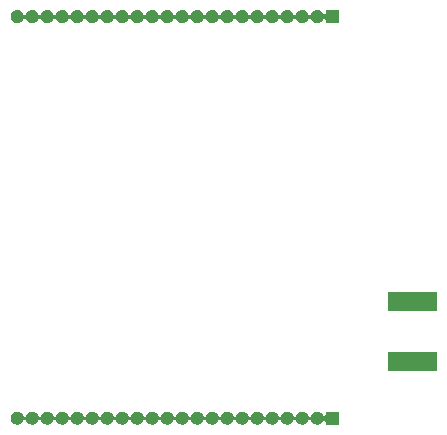
<source format=gbr>
G04 #@! TF.GenerationSoftware,KiCad,Pcbnew,5.99.0-unknown-df3fabf~86~ubuntu18.04.1*
G04 #@! TF.CreationDate,2019-10-25T19:02:02-04:00*
G04 #@! TF.ProjectId,bc26_bc66_module_board,62633236-5f62-4633-9636-5f6d6f64756c,rev?*
G04 #@! TF.SameCoordinates,Original*
G04 #@! TF.FileFunction,Soldermask,Bot*
G04 #@! TF.FilePolarity,Negative*
%FSLAX46Y46*%
G04 Gerber Fmt 4.6, Leading zero omitted, Abs format (unit mm)*
G04 Created by KiCad (PCBNEW 5.99.0-unknown-df3fabf~86~ubuntu18.04.1) date 2019-10-25 19:02:02*
%MOMM*%
%LPD*%
G04 APERTURE LIST*
G04 APERTURE END LIST*
G36*
X101519899Y-106451959D02*
G01*
X101536769Y-106463231D01*
X101548041Y-106480101D01*
X101554448Y-106512312D01*
X101554448Y-107487688D01*
X101551999Y-107500000D01*
X101548041Y-107519899D01*
X101536769Y-107536769D01*
X101519899Y-107548041D01*
X101500000Y-107551999D01*
X101487688Y-107554448D01*
X100512312Y-107554448D01*
X100480101Y-107548041D01*
X100463231Y-107536769D01*
X100451959Y-107519899D01*
X100445552Y-107487688D01*
X100445552Y-107329367D01*
X100425709Y-107261787D01*
X100372479Y-107215664D01*
X100302764Y-107205640D01*
X100238696Y-107234899D01*
X100224798Y-107252374D01*
X100222889Y-107257676D01*
X100200073Y-107289781D01*
X100185779Y-107316777D01*
X100161608Y-107343906D01*
X100135438Y-107380731D01*
X100111601Y-107400034D01*
X100097063Y-107416351D01*
X100059967Y-107441846D01*
X100018116Y-107475736D01*
X99997971Y-107484453D01*
X99987151Y-107491890D01*
X99936956Y-107510858D01*
X99879568Y-107535692D01*
X99866497Y-107537482D01*
X99862402Y-107539030D01*
X99800634Y-107546504D01*
X99767815Y-107551000D01*
X99698568Y-107551000D01*
X99591657Y-107537494D01*
X99531208Y-107513926D01*
X99503781Y-107508096D01*
X99482648Y-107494993D01*
X99467708Y-107489168D01*
X99426172Y-107459976D01*
X99375478Y-107428544D01*
X99364569Y-107416680D01*
X99358598Y-107412484D01*
X99319558Y-107367731D01*
X99273293Y-107317419D01*
X99239505Y-107251107D01*
X99206534Y-107187226D01*
X99157906Y-107136275D01*
X99089451Y-107119702D01*
X99022903Y-107142770D01*
X98984988Y-107186066D01*
X98965247Y-107223349D01*
X98952889Y-107257676D01*
X98930072Y-107289782D01*
X98915779Y-107316777D01*
X98891608Y-107343906D01*
X98865438Y-107380731D01*
X98841601Y-107400034D01*
X98827063Y-107416351D01*
X98789967Y-107441846D01*
X98748116Y-107475736D01*
X98727971Y-107484453D01*
X98717151Y-107491890D01*
X98666956Y-107510858D01*
X98609568Y-107535692D01*
X98596497Y-107537482D01*
X98592402Y-107539030D01*
X98530634Y-107546504D01*
X98497815Y-107551000D01*
X98428568Y-107551000D01*
X98321657Y-107537494D01*
X98261208Y-107513926D01*
X98233781Y-107508096D01*
X98212648Y-107494993D01*
X98197708Y-107489168D01*
X98156172Y-107459976D01*
X98105478Y-107428544D01*
X98094569Y-107416680D01*
X98088598Y-107412484D01*
X98049558Y-107367731D01*
X98003293Y-107317419D01*
X97969505Y-107251107D01*
X97936534Y-107187226D01*
X97887906Y-107136275D01*
X97819451Y-107119702D01*
X97752903Y-107142770D01*
X97714988Y-107186066D01*
X97695247Y-107223349D01*
X97682889Y-107257676D01*
X97660072Y-107289782D01*
X97645779Y-107316777D01*
X97621608Y-107343906D01*
X97595438Y-107380731D01*
X97571601Y-107400034D01*
X97557063Y-107416351D01*
X97519967Y-107441846D01*
X97478116Y-107475736D01*
X97457971Y-107484453D01*
X97447151Y-107491890D01*
X97396956Y-107510858D01*
X97339568Y-107535692D01*
X97326497Y-107537482D01*
X97322402Y-107539030D01*
X97260634Y-107546504D01*
X97227815Y-107551000D01*
X97158568Y-107551000D01*
X97051657Y-107537494D01*
X96991208Y-107513926D01*
X96963781Y-107508096D01*
X96942648Y-107494993D01*
X96927708Y-107489168D01*
X96886172Y-107459976D01*
X96835478Y-107428544D01*
X96824569Y-107416680D01*
X96818598Y-107412484D01*
X96779558Y-107367731D01*
X96733293Y-107317419D01*
X96699505Y-107251107D01*
X96666534Y-107187226D01*
X96617906Y-107136275D01*
X96549451Y-107119702D01*
X96482903Y-107142770D01*
X96444988Y-107186066D01*
X96425247Y-107223349D01*
X96412889Y-107257676D01*
X96390072Y-107289782D01*
X96375779Y-107316777D01*
X96351608Y-107343906D01*
X96325438Y-107380731D01*
X96301601Y-107400034D01*
X96287063Y-107416351D01*
X96249967Y-107441846D01*
X96208116Y-107475736D01*
X96187971Y-107484453D01*
X96177151Y-107491890D01*
X96126956Y-107510858D01*
X96069568Y-107535692D01*
X96056497Y-107537482D01*
X96052402Y-107539030D01*
X95990634Y-107546504D01*
X95957815Y-107551000D01*
X95888568Y-107551000D01*
X95781657Y-107537494D01*
X95721208Y-107513926D01*
X95693781Y-107508096D01*
X95672648Y-107494993D01*
X95657708Y-107489168D01*
X95616172Y-107459976D01*
X95565478Y-107428544D01*
X95554569Y-107416680D01*
X95548598Y-107412484D01*
X95509558Y-107367731D01*
X95463293Y-107317419D01*
X95429505Y-107251107D01*
X95396534Y-107187226D01*
X95347906Y-107136275D01*
X95279451Y-107119702D01*
X95212903Y-107142770D01*
X95174988Y-107186066D01*
X95155247Y-107223349D01*
X95142889Y-107257676D01*
X95120072Y-107289782D01*
X95105779Y-107316777D01*
X95081608Y-107343906D01*
X95055438Y-107380731D01*
X95031601Y-107400034D01*
X95017063Y-107416351D01*
X94979967Y-107441846D01*
X94938116Y-107475736D01*
X94917971Y-107484453D01*
X94907151Y-107491890D01*
X94856956Y-107510858D01*
X94799568Y-107535692D01*
X94786497Y-107537482D01*
X94782402Y-107539030D01*
X94720634Y-107546504D01*
X94687815Y-107551000D01*
X94618568Y-107551000D01*
X94511657Y-107537494D01*
X94451208Y-107513926D01*
X94423781Y-107508096D01*
X94402648Y-107494993D01*
X94387708Y-107489168D01*
X94346172Y-107459976D01*
X94295478Y-107428544D01*
X94284569Y-107416680D01*
X94278598Y-107412484D01*
X94239558Y-107367731D01*
X94193293Y-107317419D01*
X94159505Y-107251107D01*
X94126534Y-107187226D01*
X94077906Y-107136275D01*
X94009451Y-107119702D01*
X93942903Y-107142770D01*
X93904988Y-107186066D01*
X93885247Y-107223349D01*
X93872889Y-107257676D01*
X93850072Y-107289782D01*
X93835779Y-107316777D01*
X93811608Y-107343906D01*
X93785438Y-107380731D01*
X93761601Y-107400034D01*
X93747063Y-107416351D01*
X93709967Y-107441846D01*
X93668116Y-107475736D01*
X93647971Y-107484453D01*
X93637151Y-107491890D01*
X93586956Y-107510858D01*
X93529568Y-107535692D01*
X93516497Y-107537482D01*
X93512402Y-107539030D01*
X93450634Y-107546504D01*
X93417815Y-107551000D01*
X93348568Y-107551000D01*
X93241657Y-107537494D01*
X93181208Y-107513926D01*
X93153781Y-107508096D01*
X93132648Y-107494993D01*
X93117708Y-107489168D01*
X93076172Y-107459976D01*
X93025478Y-107428544D01*
X93014569Y-107416680D01*
X93008598Y-107412484D01*
X92969558Y-107367731D01*
X92923293Y-107317419D01*
X92889505Y-107251107D01*
X92856534Y-107187226D01*
X92807906Y-107136275D01*
X92739451Y-107119702D01*
X92672903Y-107142770D01*
X92634988Y-107186066D01*
X92615247Y-107223349D01*
X92602889Y-107257676D01*
X92580072Y-107289782D01*
X92565779Y-107316777D01*
X92541608Y-107343906D01*
X92515438Y-107380731D01*
X92491601Y-107400034D01*
X92477063Y-107416351D01*
X92439967Y-107441846D01*
X92398116Y-107475736D01*
X92377971Y-107484453D01*
X92367151Y-107491890D01*
X92316956Y-107510858D01*
X92259568Y-107535692D01*
X92246497Y-107537482D01*
X92242402Y-107539030D01*
X92180634Y-107546504D01*
X92147815Y-107551000D01*
X92078568Y-107551000D01*
X91971657Y-107537494D01*
X91911208Y-107513926D01*
X91883781Y-107508096D01*
X91862648Y-107494993D01*
X91847708Y-107489168D01*
X91806172Y-107459976D01*
X91755478Y-107428544D01*
X91744569Y-107416680D01*
X91738598Y-107412484D01*
X91699558Y-107367731D01*
X91653293Y-107317419D01*
X91619505Y-107251107D01*
X91586534Y-107187226D01*
X91537906Y-107136275D01*
X91469451Y-107119702D01*
X91402903Y-107142770D01*
X91364988Y-107186066D01*
X91345247Y-107223349D01*
X91332889Y-107257676D01*
X91310072Y-107289782D01*
X91295779Y-107316777D01*
X91271608Y-107343906D01*
X91245438Y-107380731D01*
X91221601Y-107400034D01*
X91207063Y-107416351D01*
X91169967Y-107441846D01*
X91128116Y-107475736D01*
X91107971Y-107484453D01*
X91097151Y-107491890D01*
X91046956Y-107510858D01*
X90989568Y-107535692D01*
X90976497Y-107537482D01*
X90972402Y-107539030D01*
X90910634Y-107546504D01*
X90877815Y-107551000D01*
X90808568Y-107551000D01*
X90701657Y-107537494D01*
X90641208Y-107513926D01*
X90613781Y-107508096D01*
X90592648Y-107494993D01*
X90577708Y-107489168D01*
X90536172Y-107459976D01*
X90485478Y-107428544D01*
X90474569Y-107416680D01*
X90468598Y-107412484D01*
X90429558Y-107367731D01*
X90383293Y-107317419D01*
X90349505Y-107251107D01*
X90316534Y-107187226D01*
X90267906Y-107136275D01*
X90199451Y-107119702D01*
X90132903Y-107142770D01*
X90094988Y-107186066D01*
X90075247Y-107223349D01*
X90062889Y-107257676D01*
X90040072Y-107289782D01*
X90025779Y-107316777D01*
X90001608Y-107343906D01*
X89975438Y-107380731D01*
X89951601Y-107400034D01*
X89937063Y-107416351D01*
X89899967Y-107441846D01*
X89858116Y-107475736D01*
X89837971Y-107484453D01*
X89827151Y-107491890D01*
X89776956Y-107510858D01*
X89719568Y-107535692D01*
X89706497Y-107537482D01*
X89702402Y-107539030D01*
X89640634Y-107546504D01*
X89607815Y-107551000D01*
X89538568Y-107551000D01*
X89431657Y-107537494D01*
X89371208Y-107513926D01*
X89343781Y-107508096D01*
X89322648Y-107494993D01*
X89307708Y-107489168D01*
X89266172Y-107459976D01*
X89215478Y-107428544D01*
X89204569Y-107416680D01*
X89198598Y-107412484D01*
X89159558Y-107367731D01*
X89113293Y-107317419D01*
X89079505Y-107251107D01*
X89046534Y-107187226D01*
X88997906Y-107136275D01*
X88929451Y-107119702D01*
X88862903Y-107142770D01*
X88824988Y-107186066D01*
X88805247Y-107223349D01*
X88792889Y-107257676D01*
X88770072Y-107289782D01*
X88755779Y-107316777D01*
X88731608Y-107343906D01*
X88705438Y-107380731D01*
X88681601Y-107400034D01*
X88667063Y-107416351D01*
X88629967Y-107441846D01*
X88588116Y-107475736D01*
X88567971Y-107484453D01*
X88557151Y-107491890D01*
X88506956Y-107510858D01*
X88449568Y-107535692D01*
X88436497Y-107537482D01*
X88432402Y-107539030D01*
X88370634Y-107546504D01*
X88337815Y-107551000D01*
X88268568Y-107551000D01*
X88161657Y-107537494D01*
X88101208Y-107513926D01*
X88073781Y-107508096D01*
X88052648Y-107494993D01*
X88037708Y-107489168D01*
X87996172Y-107459976D01*
X87945478Y-107428544D01*
X87934569Y-107416680D01*
X87928598Y-107412484D01*
X87889558Y-107367731D01*
X87843293Y-107317419D01*
X87809505Y-107251107D01*
X87776534Y-107187226D01*
X87727906Y-107136275D01*
X87659451Y-107119702D01*
X87592903Y-107142770D01*
X87554988Y-107186066D01*
X87535247Y-107223349D01*
X87522889Y-107257676D01*
X87500072Y-107289782D01*
X87485779Y-107316777D01*
X87461608Y-107343906D01*
X87435438Y-107380731D01*
X87411601Y-107400034D01*
X87397063Y-107416351D01*
X87359967Y-107441846D01*
X87318116Y-107475736D01*
X87297971Y-107484453D01*
X87287151Y-107491890D01*
X87236956Y-107510858D01*
X87179568Y-107535692D01*
X87166497Y-107537482D01*
X87162402Y-107539030D01*
X87100634Y-107546504D01*
X87067815Y-107551000D01*
X86998568Y-107551000D01*
X86891657Y-107537494D01*
X86831208Y-107513926D01*
X86803781Y-107508096D01*
X86782648Y-107494993D01*
X86767708Y-107489168D01*
X86726172Y-107459976D01*
X86675478Y-107428544D01*
X86664569Y-107416680D01*
X86658598Y-107412484D01*
X86619558Y-107367731D01*
X86573293Y-107317419D01*
X86539505Y-107251107D01*
X86506534Y-107187226D01*
X86457906Y-107136275D01*
X86389451Y-107119702D01*
X86322903Y-107142770D01*
X86284988Y-107186066D01*
X86265247Y-107223349D01*
X86252889Y-107257676D01*
X86230072Y-107289782D01*
X86215779Y-107316777D01*
X86191608Y-107343906D01*
X86165438Y-107380731D01*
X86141601Y-107400034D01*
X86127063Y-107416351D01*
X86089967Y-107441846D01*
X86048116Y-107475736D01*
X86027971Y-107484453D01*
X86017151Y-107491890D01*
X85966956Y-107510858D01*
X85909568Y-107535692D01*
X85896497Y-107537482D01*
X85892402Y-107539030D01*
X85830634Y-107546504D01*
X85797815Y-107551000D01*
X85728568Y-107551000D01*
X85621657Y-107537494D01*
X85561208Y-107513926D01*
X85533781Y-107508096D01*
X85512648Y-107494993D01*
X85497708Y-107489168D01*
X85456172Y-107459976D01*
X85405478Y-107428544D01*
X85394569Y-107416680D01*
X85388598Y-107412484D01*
X85349558Y-107367731D01*
X85303293Y-107317419D01*
X85269505Y-107251107D01*
X85236534Y-107187226D01*
X85187906Y-107136275D01*
X85119451Y-107119702D01*
X85052903Y-107142770D01*
X85014988Y-107186066D01*
X84995247Y-107223349D01*
X84982889Y-107257676D01*
X84960072Y-107289782D01*
X84945779Y-107316777D01*
X84921608Y-107343906D01*
X84895438Y-107380731D01*
X84871601Y-107400034D01*
X84857063Y-107416351D01*
X84819967Y-107441846D01*
X84778116Y-107475736D01*
X84757971Y-107484453D01*
X84747151Y-107491890D01*
X84696956Y-107510858D01*
X84639568Y-107535692D01*
X84626497Y-107537482D01*
X84622402Y-107539030D01*
X84560634Y-107546504D01*
X84527815Y-107551000D01*
X84458568Y-107551000D01*
X84351657Y-107537494D01*
X84291208Y-107513926D01*
X84263781Y-107508096D01*
X84242648Y-107494993D01*
X84227708Y-107489168D01*
X84186172Y-107459976D01*
X84135478Y-107428544D01*
X84124569Y-107416680D01*
X84118598Y-107412484D01*
X84079558Y-107367731D01*
X84033293Y-107317419D01*
X83999505Y-107251107D01*
X83966534Y-107187226D01*
X83917906Y-107136275D01*
X83849451Y-107119702D01*
X83782903Y-107142770D01*
X83744988Y-107186066D01*
X83725247Y-107223349D01*
X83712889Y-107257676D01*
X83690072Y-107289782D01*
X83675779Y-107316777D01*
X83651608Y-107343906D01*
X83625438Y-107380731D01*
X83601601Y-107400034D01*
X83587063Y-107416351D01*
X83549967Y-107441846D01*
X83508116Y-107475736D01*
X83487971Y-107484453D01*
X83477151Y-107491890D01*
X83426956Y-107510858D01*
X83369568Y-107535692D01*
X83356497Y-107537482D01*
X83352402Y-107539030D01*
X83290634Y-107546504D01*
X83257815Y-107551000D01*
X83188568Y-107551000D01*
X83081657Y-107537494D01*
X83021208Y-107513926D01*
X82993781Y-107508096D01*
X82972648Y-107494993D01*
X82957708Y-107489168D01*
X82916172Y-107459976D01*
X82865478Y-107428544D01*
X82854569Y-107416680D01*
X82848598Y-107412484D01*
X82809558Y-107367731D01*
X82763293Y-107317419D01*
X82729505Y-107251107D01*
X82696534Y-107187226D01*
X82647906Y-107136275D01*
X82579451Y-107119702D01*
X82512903Y-107142770D01*
X82474988Y-107186066D01*
X82455247Y-107223349D01*
X82442889Y-107257676D01*
X82420072Y-107289782D01*
X82405779Y-107316777D01*
X82381608Y-107343906D01*
X82355438Y-107380731D01*
X82331601Y-107400034D01*
X82317063Y-107416351D01*
X82279967Y-107441846D01*
X82238116Y-107475736D01*
X82217971Y-107484453D01*
X82207151Y-107491890D01*
X82156956Y-107510858D01*
X82099568Y-107535692D01*
X82086497Y-107537482D01*
X82082402Y-107539030D01*
X82020634Y-107546504D01*
X81987815Y-107551000D01*
X81918568Y-107551000D01*
X81811657Y-107537494D01*
X81751208Y-107513926D01*
X81723781Y-107508096D01*
X81702648Y-107494993D01*
X81687708Y-107489168D01*
X81646172Y-107459976D01*
X81595478Y-107428544D01*
X81584569Y-107416680D01*
X81578598Y-107412484D01*
X81539558Y-107367731D01*
X81493293Y-107317419D01*
X81459505Y-107251107D01*
X81426534Y-107187226D01*
X81377906Y-107136275D01*
X81309451Y-107119702D01*
X81242903Y-107142770D01*
X81204988Y-107186066D01*
X81185247Y-107223349D01*
X81172889Y-107257676D01*
X81150072Y-107289782D01*
X81135779Y-107316777D01*
X81111608Y-107343906D01*
X81085438Y-107380731D01*
X81061601Y-107400034D01*
X81047063Y-107416351D01*
X81009967Y-107441846D01*
X80968116Y-107475736D01*
X80947971Y-107484453D01*
X80937151Y-107491890D01*
X80886956Y-107510858D01*
X80829568Y-107535692D01*
X80816497Y-107537482D01*
X80812402Y-107539030D01*
X80750634Y-107546504D01*
X80717815Y-107551000D01*
X80648568Y-107551000D01*
X80541657Y-107537494D01*
X80481208Y-107513926D01*
X80453781Y-107508096D01*
X80432648Y-107494993D01*
X80417708Y-107489168D01*
X80376172Y-107459976D01*
X80325478Y-107428544D01*
X80314569Y-107416680D01*
X80308598Y-107412484D01*
X80269558Y-107367731D01*
X80223293Y-107317419D01*
X80189505Y-107251107D01*
X80156534Y-107187226D01*
X80107906Y-107136275D01*
X80039451Y-107119702D01*
X79972903Y-107142770D01*
X79934988Y-107186066D01*
X79915247Y-107223349D01*
X79902889Y-107257676D01*
X79880072Y-107289782D01*
X79865779Y-107316777D01*
X79841608Y-107343906D01*
X79815438Y-107380731D01*
X79791601Y-107400034D01*
X79777063Y-107416351D01*
X79739967Y-107441846D01*
X79698116Y-107475736D01*
X79677971Y-107484453D01*
X79667151Y-107491890D01*
X79616956Y-107510858D01*
X79559568Y-107535692D01*
X79546497Y-107537482D01*
X79542402Y-107539030D01*
X79480634Y-107546504D01*
X79447815Y-107551000D01*
X79378568Y-107551000D01*
X79271657Y-107537494D01*
X79211208Y-107513926D01*
X79183781Y-107508096D01*
X79162648Y-107494993D01*
X79147708Y-107489168D01*
X79106172Y-107459976D01*
X79055478Y-107428544D01*
X79044569Y-107416680D01*
X79038598Y-107412484D01*
X78999558Y-107367731D01*
X78953293Y-107317419D01*
X78919505Y-107251107D01*
X78886534Y-107187226D01*
X78837906Y-107136275D01*
X78769451Y-107119702D01*
X78702903Y-107142770D01*
X78664988Y-107186066D01*
X78645247Y-107223349D01*
X78632889Y-107257676D01*
X78610072Y-107289782D01*
X78595779Y-107316777D01*
X78571608Y-107343906D01*
X78545438Y-107380731D01*
X78521601Y-107400034D01*
X78507063Y-107416351D01*
X78469967Y-107441846D01*
X78428116Y-107475736D01*
X78407971Y-107484453D01*
X78397151Y-107491890D01*
X78346956Y-107510858D01*
X78289568Y-107535692D01*
X78276497Y-107537482D01*
X78272402Y-107539030D01*
X78210634Y-107546504D01*
X78177815Y-107551000D01*
X78108568Y-107551000D01*
X78001657Y-107537494D01*
X77941208Y-107513926D01*
X77913781Y-107508096D01*
X77892648Y-107494993D01*
X77877708Y-107489168D01*
X77836172Y-107459976D01*
X77785478Y-107428544D01*
X77774569Y-107416680D01*
X77768598Y-107412484D01*
X77729558Y-107367731D01*
X77683293Y-107317419D01*
X77649505Y-107251107D01*
X77616534Y-107187226D01*
X77567906Y-107136275D01*
X77499451Y-107119702D01*
X77432903Y-107142770D01*
X77394988Y-107186066D01*
X77375247Y-107223349D01*
X77362889Y-107257676D01*
X77340072Y-107289782D01*
X77325779Y-107316777D01*
X77301608Y-107343906D01*
X77275438Y-107380731D01*
X77251601Y-107400034D01*
X77237063Y-107416351D01*
X77199967Y-107441846D01*
X77158116Y-107475736D01*
X77137971Y-107484453D01*
X77127151Y-107491890D01*
X77076956Y-107510858D01*
X77019568Y-107535692D01*
X77006497Y-107537482D01*
X77002402Y-107539030D01*
X76940634Y-107546504D01*
X76907815Y-107551000D01*
X76838568Y-107551000D01*
X76731657Y-107537494D01*
X76671208Y-107513926D01*
X76643781Y-107508096D01*
X76622648Y-107494993D01*
X76607708Y-107489168D01*
X76566172Y-107459976D01*
X76515478Y-107428544D01*
X76504569Y-107416680D01*
X76498598Y-107412484D01*
X76459558Y-107367731D01*
X76413293Y-107317419D01*
X76379505Y-107251107D01*
X76346534Y-107187226D01*
X76297906Y-107136275D01*
X76229451Y-107119702D01*
X76162903Y-107142770D01*
X76124988Y-107186066D01*
X76105247Y-107223349D01*
X76092889Y-107257676D01*
X76070072Y-107289782D01*
X76055779Y-107316777D01*
X76031608Y-107343906D01*
X76005438Y-107380731D01*
X75981601Y-107400034D01*
X75967063Y-107416351D01*
X75929967Y-107441846D01*
X75888116Y-107475736D01*
X75867971Y-107484453D01*
X75857151Y-107491890D01*
X75806956Y-107510858D01*
X75749568Y-107535692D01*
X75736497Y-107537482D01*
X75732402Y-107539030D01*
X75670634Y-107546504D01*
X75637815Y-107551000D01*
X75568568Y-107551000D01*
X75461657Y-107537494D01*
X75401208Y-107513926D01*
X75373781Y-107508096D01*
X75352648Y-107494993D01*
X75337708Y-107489168D01*
X75296172Y-107459976D01*
X75245478Y-107428544D01*
X75234569Y-107416680D01*
X75228598Y-107412484D01*
X75189558Y-107367731D01*
X75143293Y-107317419D01*
X75109505Y-107251107D01*
X75076534Y-107187226D01*
X75027906Y-107136275D01*
X74959451Y-107119702D01*
X74892903Y-107142770D01*
X74854988Y-107186066D01*
X74835247Y-107223349D01*
X74822889Y-107257676D01*
X74800072Y-107289782D01*
X74785779Y-107316777D01*
X74761608Y-107343906D01*
X74735438Y-107380731D01*
X74711601Y-107400034D01*
X74697063Y-107416351D01*
X74659967Y-107441846D01*
X74618116Y-107475736D01*
X74597971Y-107484453D01*
X74587151Y-107491890D01*
X74536956Y-107510858D01*
X74479568Y-107535692D01*
X74466497Y-107537482D01*
X74462402Y-107539030D01*
X74400634Y-107546504D01*
X74367815Y-107551000D01*
X74298568Y-107551000D01*
X74191657Y-107537494D01*
X74131208Y-107513926D01*
X74103781Y-107508096D01*
X74082648Y-107494993D01*
X74067708Y-107489168D01*
X74026172Y-107459976D01*
X73975478Y-107428544D01*
X73964569Y-107416680D01*
X73958598Y-107412484D01*
X73919558Y-107367731D01*
X73873293Y-107317419D01*
X73839500Y-107251097D01*
X73809760Y-107193476D01*
X73809420Y-107192061D01*
X73804757Y-107182909D01*
X73791822Y-107118760D01*
X73778626Y-107063796D01*
X73778680Y-107053583D01*
X73774917Y-107034923D01*
X73779074Y-106978318D01*
X73779325Y-106930434D01*
X73783940Y-106912060D01*
X73785974Y-106884364D01*
X73802256Y-106839139D01*
X73811813Y-106801089D01*
X73824753Y-106776650D01*
X73837111Y-106742324D01*
X73859928Y-106710218D01*
X73874221Y-106683223D01*
X73898392Y-106656094D01*
X73924562Y-106619269D01*
X73948399Y-106599966D01*
X73962937Y-106583649D01*
X74000033Y-106558154D01*
X74041884Y-106524264D01*
X74062029Y-106515547D01*
X74072849Y-106508110D01*
X74123044Y-106489142D01*
X74180432Y-106464308D01*
X74193503Y-106462518D01*
X74197598Y-106460970D01*
X74259366Y-106453496D01*
X74292185Y-106449000D01*
X74361432Y-106449000D01*
X74468343Y-106462506D01*
X74528792Y-106486074D01*
X74556219Y-106491904D01*
X74577352Y-106505007D01*
X74592292Y-106510832D01*
X74633828Y-106540024D01*
X74684522Y-106571456D01*
X74695431Y-106583320D01*
X74701402Y-106587516D01*
X74740442Y-106632269D01*
X74786707Y-106682581D01*
X74820495Y-106748893D01*
X74853466Y-106812774D01*
X74902094Y-106863725D01*
X74970549Y-106880298D01*
X75037097Y-106857230D01*
X75075012Y-106813934D01*
X75094753Y-106776651D01*
X75107111Y-106742324D01*
X75129928Y-106710218D01*
X75144221Y-106683223D01*
X75168392Y-106656094D01*
X75194562Y-106619269D01*
X75218399Y-106599966D01*
X75232937Y-106583649D01*
X75270033Y-106558154D01*
X75311884Y-106524264D01*
X75332029Y-106515547D01*
X75342849Y-106508110D01*
X75393044Y-106489142D01*
X75450432Y-106464308D01*
X75463503Y-106462518D01*
X75467598Y-106460970D01*
X75529366Y-106453496D01*
X75562185Y-106449000D01*
X75631432Y-106449000D01*
X75738343Y-106462506D01*
X75798792Y-106486074D01*
X75826219Y-106491904D01*
X75847352Y-106505007D01*
X75862292Y-106510832D01*
X75903828Y-106540024D01*
X75954522Y-106571456D01*
X75965431Y-106583320D01*
X75971402Y-106587516D01*
X76010442Y-106632269D01*
X76056707Y-106682581D01*
X76090495Y-106748893D01*
X76123466Y-106812774D01*
X76172094Y-106863725D01*
X76240549Y-106880298D01*
X76307097Y-106857230D01*
X76345012Y-106813934D01*
X76364753Y-106776651D01*
X76377111Y-106742324D01*
X76399928Y-106710218D01*
X76414221Y-106683223D01*
X76438392Y-106656094D01*
X76464562Y-106619269D01*
X76488399Y-106599966D01*
X76502937Y-106583649D01*
X76540033Y-106558154D01*
X76581884Y-106524264D01*
X76602029Y-106515547D01*
X76612849Y-106508110D01*
X76663044Y-106489142D01*
X76720432Y-106464308D01*
X76733503Y-106462518D01*
X76737598Y-106460970D01*
X76799366Y-106453496D01*
X76832185Y-106449000D01*
X76901432Y-106449000D01*
X77008343Y-106462506D01*
X77068792Y-106486074D01*
X77096219Y-106491904D01*
X77117352Y-106505007D01*
X77132292Y-106510832D01*
X77173828Y-106540024D01*
X77224522Y-106571456D01*
X77235431Y-106583320D01*
X77241402Y-106587516D01*
X77280442Y-106632269D01*
X77326707Y-106682581D01*
X77360495Y-106748893D01*
X77393466Y-106812774D01*
X77442094Y-106863725D01*
X77510549Y-106880298D01*
X77577097Y-106857230D01*
X77615012Y-106813934D01*
X77634753Y-106776651D01*
X77647111Y-106742324D01*
X77669928Y-106710218D01*
X77684221Y-106683223D01*
X77708392Y-106656094D01*
X77734562Y-106619269D01*
X77758399Y-106599966D01*
X77772937Y-106583649D01*
X77810033Y-106558154D01*
X77851884Y-106524264D01*
X77872029Y-106515547D01*
X77882849Y-106508110D01*
X77933044Y-106489142D01*
X77990432Y-106464308D01*
X78003503Y-106462518D01*
X78007598Y-106460970D01*
X78069366Y-106453496D01*
X78102185Y-106449000D01*
X78171432Y-106449000D01*
X78278343Y-106462506D01*
X78338792Y-106486074D01*
X78366219Y-106491904D01*
X78387352Y-106505007D01*
X78402292Y-106510832D01*
X78443828Y-106540024D01*
X78494522Y-106571456D01*
X78505431Y-106583320D01*
X78511402Y-106587516D01*
X78550442Y-106632269D01*
X78596707Y-106682581D01*
X78630495Y-106748893D01*
X78663466Y-106812774D01*
X78712094Y-106863725D01*
X78780549Y-106880298D01*
X78847097Y-106857230D01*
X78885012Y-106813934D01*
X78904753Y-106776651D01*
X78917111Y-106742324D01*
X78939928Y-106710218D01*
X78954221Y-106683223D01*
X78978392Y-106656094D01*
X79004562Y-106619269D01*
X79028399Y-106599966D01*
X79042937Y-106583649D01*
X79080033Y-106558154D01*
X79121884Y-106524264D01*
X79142029Y-106515547D01*
X79152849Y-106508110D01*
X79203044Y-106489142D01*
X79260432Y-106464308D01*
X79273503Y-106462518D01*
X79277598Y-106460970D01*
X79339366Y-106453496D01*
X79372185Y-106449000D01*
X79441432Y-106449000D01*
X79548343Y-106462506D01*
X79608792Y-106486074D01*
X79636219Y-106491904D01*
X79657352Y-106505007D01*
X79672292Y-106510832D01*
X79713828Y-106540024D01*
X79764522Y-106571456D01*
X79775431Y-106583320D01*
X79781402Y-106587516D01*
X79820442Y-106632269D01*
X79866707Y-106682581D01*
X79900495Y-106748893D01*
X79933466Y-106812774D01*
X79982094Y-106863725D01*
X80050549Y-106880298D01*
X80117097Y-106857230D01*
X80155012Y-106813934D01*
X80174753Y-106776651D01*
X80187111Y-106742324D01*
X80209928Y-106710218D01*
X80224221Y-106683223D01*
X80248392Y-106656094D01*
X80274562Y-106619269D01*
X80298399Y-106599966D01*
X80312937Y-106583649D01*
X80350033Y-106558154D01*
X80391884Y-106524264D01*
X80412029Y-106515547D01*
X80422849Y-106508110D01*
X80473044Y-106489142D01*
X80530432Y-106464308D01*
X80543503Y-106462518D01*
X80547598Y-106460970D01*
X80609366Y-106453496D01*
X80642185Y-106449000D01*
X80711432Y-106449000D01*
X80818343Y-106462506D01*
X80878792Y-106486074D01*
X80906219Y-106491904D01*
X80927352Y-106505007D01*
X80942292Y-106510832D01*
X80983828Y-106540024D01*
X81034522Y-106571456D01*
X81045431Y-106583320D01*
X81051402Y-106587516D01*
X81090442Y-106632269D01*
X81136707Y-106682581D01*
X81170495Y-106748893D01*
X81203466Y-106812774D01*
X81252094Y-106863725D01*
X81320549Y-106880298D01*
X81387097Y-106857230D01*
X81425012Y-106813934D01*
X81444753Y-106776651D01*
X81457111Y-106742324D01*
X81479928Y-106710218D01*
X81494221Y-106683223D01*
X81518392Y-106656094D01*
X81544562Y-106619269D01*
X81568399Y-106599966D01*
X81582937Y-106583649D01*
X81620033Y-106558154D01*
X81661884Y-106524264D01*
X81682029Y-106515547D01*
X81692849Y-106508110D01*
X81743044Y-106489142D01*
X81800432Y-106464308D01*
X81813503Y-106462518D01*
X81817598Y-106460970D01*
X81879366Y-106453496D01*
X81912185Y-106449000D01*
X81981432Y-106449000D01*
X82088343Y-106462506D01*
X82148792Y-106486074D01*
X82176219Y-106491904D01*
X82197352Y-106505007D01*
X82212292Y-106510832D01*
X82253828Y-106540024D01*
X82304522Y-106571456D01*
X82315431Y-106583320D01*
X82321402Y-106587516D01*
X82360442Y-106632269D01*
X82406707Y-106682581D01*
X82440495Y-106748893D01*
X82473466Y-106812774D01*
X82522094Y-106863725D01*
X82590549Y-106880298D01*
X82657097Y-106857230D01*
X82695012Y-106813934D01*
X82714753Y-106776651D01*
X82727111Y-106742324D01*
X82749928Y-106710218D01*
X82764221Y-106683223D01*
X82788392Y-106656094D01*
X82814562Y-106619269D01*
X82838399Y-106599966D01*
X82852937Y-106583649D01*
X82890033Y-106558154D01*
X82931884Y-106524264D01*
X82952029Y-106515547D01*
X82962849Y-106508110D01*
X83013044Y-106489142D01*
X83070432Y-106464308D01*
X83083503Y-106462518D01*
X83087598Y-106460970D01*
X83149366Y-106453496D01*
X83182185Y-106449000D01*
X83251432Y-106449000D01*
X83358343Y-106462506D01*
X83418792Y-106486074D01*
X83446219Y-106491904D01*
X83467352Y-106505007D01*
X83482292Y-106510832D01*
X83523828Y-106540024D01*
X83574522Y-106571456D01*
X83585431Y-106583320D01*
X83591402Y-106587516D01*
X83630442Y-106632269D01*
X83676707Y-106682581D01*
X83710495Y-106748893D01*
X83743466Y-106812774D01*
X83792094Y-106863725D01*
X83860549Y-106880298D01*
X83927097Y-106857230D01*
X83965012Y-106813934D01*
X83984753Y-106776651D01*
X83997111Y-106742324D01*
X84019928Y-106710218D01*
X84034221Y-106683223D01*
X84058392Y-106656094D01*
X84084562Y-106619269D01*
X84108399Y-106599966D01*
X84122937Y-106583649D01*
X84160033Y-106558154D01*
X84201884Y-106524264D01*
X84222029Y-106515547D01*
X84232849Y-106508110D01*
X84283044Y-106489142D01*
X84340432Y-106464308D01*
X84353503Y-106462518D01*
X84357598Y-106460970D01*
X84419366Y-106453496D01*
X84452185Y-106449000D01*
X84521432Y-106449000D01*
X84628343Y-106462506D01*
X84688792Y-106486074D01*
X84716219Y-106491904D01*
X84737352Y-106505007D01*
X84752292Y-106510832D01*
X84793828Y-106540024D01*
X84844522Y-106571456D01*
X84855431Y-106583320D01*
X84861402Y-106587516D01*
X84900442Y-106632269D01*
X84946707Y-106682581D01*
X84980495Y-106748893D01*
X85013466Y-106812774D01*
X85062094Y-106863725D01*
X85130549Y-106880298D01*
X85197097Y-106857230D01*
X85235012Y-106813934D01*
X85254753Y-106776651D01*
X85267111Y-106742324D01*
X85289928Y-106710218D01*
X85304221Y-106683223D01*
X85328392Y-106656094D01*
X85354562Y-106619269D01*
X85378399Y-106599966D01*
X85392937Y-106583649D01*
X85430033Y-106558154D01*
X85471884Y-106524264D01*
X85492029Y-106515547D01*
X85502849Y-106508110D01*
X85553044Y-106489142D01*
X85610432Y-106464308D01*
X85623503Y-106462518D01*
X85627598Y-106460970D01*
X85689366Y-106453496D01*
X85722185Y-106449000D01*
X85791432Y-106449000D01*
X85898343Y-106462506D01*
X85958792Y-106486074D01*
X85986219Y-106491904D01*
X86007352Y-106505007D01*
X86022292Y-106510832D01*
X86063828Y-106540024D01*
X86114522Y-106571456D01*
X86125431Y-106583320D01*
X86131402Y-106587516D01*
X86170442Y-106632269D01*
X86216707Y-106682581D01*
X86250495Y-106748893D01*
X86283466Y-106812774D01*
X86332094Y-106863725D01*
X86400549Y-106880298D01*
X86467097Y-106857230D01*
X86505012Y-106813934D01*
X86524753Y-106776651D01*
X86537111Y-106742324D01*
X86559928Y-106710218D01*
X86574221Y-106683223D01*
X86598392Y-106656094D01*
X86624562Y-106619269D01*
X86648399Y-106599966D01*
X86662937Y-106583649D01*
X86700033Y-106558154D01*
X86741884Y-106524264D01*
X86762029Y-106515547D01*
X86772849Y-106508110D01*
X86823044Y-106489142D01*
X86880432Y-106464308D01*
X86893503Y-106462518D01*
X86897598Y-106460970D01*
X86959366Y-106453496D01*
X86992185Y-106449000D01*
X87061432Y-106449000D01*
X87168343Y-106462506D01*
X87228792Y-106486074D01*
X87256219Y-106491904D01*
X87277352Y-106505007D01*
X87292292Y-106510832D01*
X87333828Y-106540024D01*
X87384522Y-106571456D01*
X87395431Y-106583320D01*
X87401402Y-106587516D01*
X87440442Y-106632269D01*
X87486707Y-106682581D01*
X87520495Y-106748893D01*
X87553466Y-106812774D01*
X87602094Y-106863725D01*
X87670549Y-106880298D01*
X87737097Y-106857230D01*
X87775012Y-106813934D01*
X87794753Y-106776651D01*
X87807111Y-106742324D01*
X87829928Y-106710218D01*
X87844221Y-106683223D01*
X87868392Y-106656094D01*
X87894562Y-106619269D01*
X87918399Y-106599966D01*
X87932937Y-106583649D01*
X87970033Y-106558154D01*
X88011884Y-106524264D01*
X88032029Y-106515547D01*
X88042849Y-106508110D01*
X88093044Y-106489142D01*
X88150432Y-106464308D01*
X88163503Y-106462518D01*
X88167598Y-106460970D01*
X88229366Y-106453496D01*
X88262185Y-106449000D01*
X88331432Y-106449000D01*
X88438343Y-106462506D01*
X88498792Y-106486074D01*
X88526219Y-106491904D01*
X88547352Y-106505007D01*
X88562292Y-106510832D01*
X88603828Y-106540024D01*
X88654522Y-106571456D01*
X88665431Y-106583320D01*
X88671402Y-106587516D01*
X88710442Y-106632269D01*
X88756707Y-106682581D01*
X88790495Y-106748893D01*
X88823466Y-106812774D01*
X88872094Y-106863725D01*
X88940549Y-106880298D01*
X89007097Y-106857230D01*
X89045012Y-106813934D01*
X89064753Y-106776651D01*
X89077111Y-106742324D01*
X89099928Y-106710218D01*
X89114221Y-106683223D01*
X89138392Y-106656094D01*
X89164562Y-106619269D01*
X89188399Y-106599966D01*
X89202937Y-106583649D01*
X89240033Y-106558154D01*
X89281884Y-106524264D01*
X89302029Y-106515547D01*
X89312849Y-106508110D01*
X89363044Y-106489142D01*
X89420432Y-106464308D01*
X89433503Y-106462518D01*
X89437598Y-106460970D01*
X89499366Y-106453496D01*
X89532185Y-106449000D01*
X89601432Y-106449000D01*
X89708343Y-106462506D01*
X89768792Y-106486074D01*
X89796219Y-106491904D01*
X89817352Y-106505007D01*
X89832292Y-106510832D01*
X89873828Y-106540024D01*
X89924522Y-106571456D01*
X89935431Y-106583320D01*
X89941402Y-106587516D01*
X89980442Y-106632269D01*
X90026707Y-106682581D01*
X90060495Y-106748893D01*
X90093466Y-106812774D01*
X90142094Y-106863725D01*
X90210549Y-106880298D01*
X90277097Y-106857230D01*
X90315012Y-106813934D01*
X90334753Y-106776651D01*
X90347111Y-106742324D01*
X90369928Y-106710218D01*
X90384221Y-106683223D01*
X90408392Y-106656094D01*
X90434562Y-106619269D01*
X90458399Y-106599966D01*
X90472937Y-106583649D01*
X90510033Y-106558154D01*
X90551884Y-106524264D01*
X90572029Y-106515547D01*
X90582849Y-106508110D01*
X90633044Y-106489142D01*
X90690432Y-106464308D01*
X90703503Y-106462518D01*
X90707598Y-106460970D01*
X90769366Y-106453496D01*
X90802185Y-106449000D01*
X90871432Y-106449000D01*
X90978343Y-106462506D01*
X91038792Y-106486074D01*
X91066219Y-106491904D01*
X91087352Y-106505007D01*
X91102292Y-106510832D01*
X91143828Y-106540024D01*
X91194522Y-106571456D01*
X91205431Y-106583320D01*
X91211402Y-106587516D01*
X91250442Y-106632269D01*
X91296707Y-106682581D01*
X91330495Y-106748893D01*
X91363466Y-106812774D01*
X91412094Y-106863725D01*
X91480549Y-106880298D01*
X91547097Y-106857230D01*
X91585012Y-106813934D01*
X91604753Y-106776651D01*
X91617111Y-106742324D01*
X91639928Y-106710218D01*
X91654221Y-106683223D01*
X91678392Y-106656094D01*
X91704562Y-106619269D01*
X91728399Y-106599966D01*
X91742937Y-106583649D01*
X91780033Y-106558154D01*
X91821884Y-106524264D01*
X91842029Y-106515547D01*
X91852849Y-106508110D01*
X91903044Y-106489142D01*
X91960432Y-106464308D01*
X91973503Y-106462518D01*
X91977598Y-106460970D01*
X92039366Y-106453496D01*
X92072185Y-106449000D01*
X92141432Y-106449000D01*
X92248343Y-106462506D01*
X92308792Y-106486074D01*
X92336219Y-106491904D01*
X92357352Y-106505007D01*
X92372292Y-106510832D01*
X92413828Y-106540024D01*
X92464522Y-106571456D01*
X92475431Y-106583320D01*
X92481402Y-106587516D01*
X92520442Y-106632269D01*
X92566707Y-106682581D01*
X92600495Y-106748893D01*
X92633466Y-106812774D01*
X92682094Y-106863725D01*
X92750549Y-106880298D01*
X92817097Y-106857230D01*
X92855012Y-106813934D01*
X92874753Y-106776651D01*
X92887111Y-106742324D01*
X92909928Y-106710218D01*
X92924221Y-106683223D01*
X92948392Y-106656094D01*
X92974562Y-106619269D01*
X92998399Y-106599966D01*
X93012937Y-106583649D01*
X93050033Y-106558154D01*
X93091884Y-106524264D01*
X93112029Y-106515547D01*
X93122849Y-106508110D01*
X93173044Y-106489142D01*
X93230432Y-106464308D01*
X93243503Y-106462518D01*
X93247598Y-106460970D01*
X93309366Y-106453496D01*
X93342185Y-106449000D01*
X93411432Y-106449000D01*
X93518343Y-106462506D01*
X93578792Y-106486074D01*
X93606219Y-106491904D01*
X93627352Y-106505007D01*
X93642292Y-106510832D01*
X93683828Y-106540024D01*
X93734522Y-106571456D01*
X93745431Y-106583320D01*
X93751402Y-106587516D01*
X93790442Y-106632269D01*
X93836707Y-106682581D01*
X93870495Y-106748893D01*
X93903466Y-106812774D01*
X93952094Y-106863725D01*
X94020549Y-106880298D01*
X94087097Y-106857230D01*
X94125012Y-106813934D01*
X94144753Y-106776651D01*
X94157111Y-106742324D01*
X94179928Y-106710218D01*
X94194221Y-106683223D01*
X94218392Y-106656094D01*
X94244562Y-106619269D01*
X94268399Y-106599966D01*
X94282937Y-106583649D01*
X94320033Y-106558154D01*
X94361884Y-106524264D01*
X94382029Y-106515547D01*
X94392849Y-106508110D01*
X94443044Y-106489142D01*
X94500432Y-106464308D01*
X94513503Y-106462518D01*
X94517598Y-106460970D01*
X94579366Y-106453496D01*
X94612185Y-106449000D01*
X94681432Y-106449000D01*
X94788343Y-106462506D01*
X94848792Y-106486074D01*
X94876219Y-106491904D01*
X94897352Y-106505007D01*
X94912292Y-106510832D01*
X94953828Y-106540024D01*
X95004522Y-106571456D01*
X95015431Y-106583320D01*
X95021402Y-106587516D01*
X95060442Y-106632269D01*
X95106707Y-106682581D01*
X95140495Y-106748893D01*
X95173466Y-106812774D01*
X95222094Y-106863725D01*
X95290549Y-106880298D01*
X95357097Y-106857230D01*
X95395012Y-106813934D01*
X95414753Y-106776651D01*
X95427111Y-106742324D01*
X95449928Y-106710218D01*
X95464221Y-106683223D01*
X95488392Y-106656094D01*
X95514562Y-106619269D01*
X95538399Y-106599966D01*
X95552937Y-106583649D01*
X95590033Y-106558154D01*
X95631884Y-106524264D01*
X95652029Y-106515547D01*
X95662849Y-106508110D01*
X95713044Y-106489142D01*
X95770432Y-106464308D01*
X95783503Y-106462518D01*
X95787598Y-106460970D01*
X95849366Y-106453496D01*
X95882185Y-106449000D01*
X95951432Y-106449000D01*
X96058343Y-106462506D01*
X96118792Y-106486074D01*
X96146219Y-106491904D01*
X96167352Y-106505007D01*
X96182292Y-106510832D01*
X96223828Y-106540024D01*
X96274522Y-106571456D01*
X96285431Y-106583320D01*
X96291402Y-106587516D01*
X96330442Y-106632269D01*
X96376707Y-106682581D01*
X96410495Y-106748893D01*
X96443466Y-106812774D01*
X96492094Y-106863725D01*
X96560549Y-106880298D01*
X96627097Y-106857230D01*
X96665012Y-106813934D01*
X96684753Y-106776651D01*
X96697111Y-106742324D01*
X96719928Y-106710218D01*
X96734221Y-106683223D01*
X96758392Y-106656094D01*
X96784562Y-106619269D01*
X96808399Y-106599966D01*
X96822937Y-106583649D01*
X96860033Y-106558154D01*
X96901884Y-106524264D01*
X96922029Y-106515547D01*
X96932849Y-106508110D01*
X96983044Y-106489142D01*
X97040432Y-106464308D01*
X97053503Y-106462518D01*
X97057598Y-106460970D01*
X97119366Y-106453496D01*
X97152185Y-106449000D01*
X97221432Y-106449000D01*
X97328343Y-106462506D01*
X97388792Y-106486074D01*
X97416219Y-106491904D01*
X97437352Y-106505007D01*
X97452292Y-106510832D01*
X97493828Y-106540024D01*
X97544522Y-106571456D01*
X97555431Y-106583320D01*
X97561402Y-106587516D01*
X97600442Y-106632269D01*
X97646707Y-106682581D01*
X97680495Y-106748893D01*
X97713466Y-106812774D01*
X97762094Y-106863725D01*
X97830549Y-106880298D01*
X97897097Y-106857230D01*
X97935012Y-106813934D01*
X97954753Y-106776651D01*
X97967111Y-106742324D01*
X97989928Y-106710218D01*
X98004221Y-106683223D01*
X98028392Y-106656094D01*
X98054562Y-106619269D01*
X98078399Y-106599966D01*
X98092937Y-106583649D01*
X98130033Y-106558154D01*
X98171884Y-106524264D01*
X98192029Y-106515547D01*
X98202849Y-106508110D01*
X98253044Y-106489142D01*
X98310432Y-106464308D01*
X98323503Y-106462518D01*
X98327598Y-106460970D01*
X98389366Y-106453496D01*
X98422185Y-106449000D01*
X98491432Y-106449000D01*
X98598343Y-106462506D01*
X98658792Y-106486074D01*
X98686219Y-106491904D01*
X98707352Y-106505007D01*
X98722292Y-106510832D01*
X98763828Y-106540024D01*
X98814522Y-106571456D01*
X98825431Y-106583320D01*
X98831402Y-106587516D01*
X98870442Y-106632269D01*
X98916707Y-106682581D01*
X98950495Y-106748893D01*
X98983466Y-106812774D01*
X99032094Y-106863725D01*
X99100549Y-106880298D01*
X99167097Y-106857230D01*
X99205012Y-106813934D01*
X99224753Y-106776651D01*
X99237111Y-106742324D01*
X99259928Y-106710218D01*
X99274221Y-106683223D01*
X99298392Y-106656094D01*
X99324562Y-106619269D01*
X99348399Y-106599966D01*
X99362937Y-106583649D01*
X99400033Y-106558154D01*
X99441884Y-106524264D01*
X99462029Y-106515547D01*
X99472849Y-106508110D01*
X99523044Y-106489142D01*
X99580432Y-106464308D01*
X99593503Y-106462518D01*
X99597598Y-106460970D01*
X99659366Y-106453496D01*
X99692185Y-106449000D01*
X99761432Y-106449000D01*
X99868343Y-106462506D01*
X99928792Y-106486074D01*
X99956219Y-106491904D01*
X99977352Y-106505007D01*
X99992292Y-106510832D01*
X100033828Y-106540024D01*
X100084522Y-106571456D01*
X100095431Y-106583320D01*
X100101402Y-106587516D01*
X100140442Y-106632269D01*
X100186707Y-106682581D01*
X100209780Y-106727864D01*
X100258105Y-106778498D01*
X100326560Y-106795071D01*
X100393108Y-106772003D01*
X100436620Y-106716618D01*
X100445552Y-106670216D01*
X100445552Y-106512312D01*
X100451959Y-106480101D01*
X100463231Y-106463231D01*
X100480101Y-106451959D01*
X100512312Y-106445552D01*
X101487688Y-106445552D01*
X101519899Y-106451959D01*
G37*
G36*
X109819899Y-101429959D02*
G01*
X109836769Y-101441231D01*
X109848041Y-101458101D01*
X109854448Y-101490312D01*
X109854448Y-102989688D01*
X109851999Y-103002000D01*
X109848041Y-103021899D01*
X109836769Y-103038769D01*
X109819899Y-103050041D01*
X109800000Y-103053999D01*
X109787688Y-103056448D01*
X105748312Y-103056448D01*
X105716101Y-103050041D01*
X105699231Y-103038769D01*
X105687959Y-103021899D01*
X105681552Y-102989688D01*
X105681552Y-101490312D01*
X105687959Y-101458101D01*
X105699231Y-101441231D01*
X105716101Y-101429959D01*
X105748312Y-101423552D01*
X109787688Y-101423552D01*
X109819899Y-101429959D01*
G37*
G36*
X109819899Y-96349959D02*
G01*
X109836769Y-96361231D01*
X109848041Y-96378101D01*
X109854448Y-96410312D01*
X109854448Y-97909688D01*
X109851999Y-97922000D01*
X109848041Y-97941899D01*
X109836769Y-97958769D01*
X109819899Y-97970041D01*
X109800000Y-97973999D01*
X109787688Y-97976448D01*
X105748312Y-97976448D01*
X105716101Y-97970041D01*
X105699231Y-97958769D01*
X105687959Y-97941899D01*
X105681552Y-97909688D01*
X105681552Y-96410312D01*
X105687959Y-96378101D01*
X105699231Y-96361231D01*
X105716101Y-96349959D01*
X105748312Y-96343552D01*
X109787688Y-96343552D01*
X109819899Y-96349959D01*
G37*
G36*
X101519899Y-72451959D02*
G01*
X101536769Y-72463231D01*
X101548041Y-72480101D01*
X101554448Y-72512312D01*
X101554448Y-73487688D01*
X101551999Y-73500000D01*
X101548041Y-73519899D01*
X101536769Y-73536769D01*
X101519899Y-73548041D01*
X101500000Y-73551999D01*
X101487688Y-73554448D01*
X100512312Y-73554448D01*
X100480101Y-73548041D01*
X100463231Y-73536769D01*
X100451959Y-73519899D01*
X100445552Y-73487688D01*
X100445552Y-73329367D01*
X100425709Y-73261787D01*
X100372479Y-73215664D01*
X100302764Y-73205640D01*
X100238696Y-73234899D01*
X100224798Y-73252374D01*
X100222889Y-73257676D01*
X100200073Y-73289781D01*
X100185779Y-73316777D01*
X100161608Y-73343906D01*
X100135438Y-73380731D01*
X100111601Y-73400034D01*
X100097063Y-73416351D01*
X100059967Y-73441846D01*
X100018116Y-73475736D01*
X99997971Y-73484453D01*
X99987151Y-73491890D01*
X99936956Y-73510858D01*
X99879568Y-73535692D01*
X99866497Y-73537482D01*
X99862402Y-73539030D01*
X99800634Y-73546504D01*
X99767815Y-73551000D01*
X99698568Y-73551000D01*
X99591657Y-73537494D01*
X99531208Y-73513926D01*
X99503781Y-73508096D01*
X99482648Y-73494993D01*
X99467708Y-73489168D01*
X99426172Y-73459976D01*
X99375478Y-73428544D01*
X99364569Y-73416680D01*
X99358598Y-73412484D01*
X99319558Y-73367731D01*
X99273293Y-73317419D01*
X99239505Y-73251107D01*
X99206534Y-73187226D01*
X99157906Y-73136275D01*
X99089451Y-73119702D01*
X99022903Y-73142770D01*
X98984988Y-73186066D01*
X98965247Y-73223349D01*
X98952889Y-73257676D01*
X98930072Y-73289782D01*
X98915779Y-73316777D01*
X98891608Y-73343906D01*
X98865438Y-73380731D01*
X98841601Y-73400034D01*
X98827063Y-73416351D01*
X98789967Y-73441846D01*
X98748116Y-73475736D01*
X98727971Y-73484453D01*
X98717151Y-73491890D01*
X98666956Y-73510858D01*
X98609568Y-73535692D01*
X98596497Y-73537482D01*
X98592402Y-73539030D01*
X98530634Y-73546504D01*
X98497815Y-73551000D01*
X98428568Y-73551000D01*
X98321657Y-73537494D01*
X98261208Y-73513926D01*
X98233781Y-73508096D01*
X98212648Y-73494993D01*
X98197708Y-73489168D01*
X98156172Y-73459976D01*
X98105478Y-73428544D01*
X98094569Y-73416680D01*
X98088598Y-73412484D01*
X98049558Y-73367731D01*
X98003293Y-73317419D01*
X97969505Y-73251107D01*
X97936534Y-73187226D01*
X97887906Y-73136275D01*
X97819451Y-73119702D01*
X97752903Y-73142770D01*
X97714988Y-73186066D01*
X97695247Y-73223349D01*
X97682889Y-73257676D01*
X97660072Y-73289782D01*
X97645779Y-73316777D01*
X97621608Y-73343906D01*
X97595438Y-73380731D01*
X97571601Y-73400034D01*
X97557063Y-73416351D01*
X97519967Y-73441846D01*
X97478116Y-73475736D01*
X97457971Y-73484453D01*
X97447151Y-73491890D01*
X97396956Y-73510858D01*
X97339568Y-73535692D01*
X97326497Y-73537482D01*
X97322402Y-73539030D01*
X97260634Y-73546504D01*
X97227815Y-73551000D01*
X97158568Y-73551000D01*
X97051657Y-73537494D01*
X96991208Y-73513926D01*
X96963781Y-73508096D01*
X96942648Y-73494993D01*
X96927708Y-73489168D01*
X96886172Y-73459976D01*
X96835478Y-73428544D01*
X96824569Y-73416680D01*
X96818598Y-73412484D01*
X96779558Y-73367731D01*
X96733293Y-73317419D01*
X96699505Y-73251107D01*
X96666534Y-73187226D01*
X96617906Y-73136275D01*
X96549451Y-73119702D01*
X96482903Y-73142770D01*
X96444988Y-73186066D01*
X96425247Y-73223349D01*
X96412889Y-73257676D01*
X96390072Y-73289782D01*
X96375779Y-73316777D01*
X96351608Y-73343906D01*
X96325438Y-73380731D01*
X96301601Y-73400034D01*
X96287063Y-73416351D01*
X96249967Y-73441846D01*
X96208116Y-73475736D01*
X96187971Y-73484453D01*
X96177151Y-73491890D01*
X96126956Y-73510858D01*
X96069568Y-73535692D01*
X96056497Y-73537482D01*
X96052402Y-73539030D01*
X95990634Y-73546504D01*
X95957815Y-73551000D01*
X95888568Y-73551000D01*
X95781657Y-73537494D01*
X95721208Y-73513926D01*
X95693781Y-73508096D01*
X95672648Y-73494993D01*
X95657708Y-73489168D01*
X95616172Y-73459976D01*
X95565478Y-73428544D01*
X95554569Y-73416680D01*
X95548598Y-73412484D01*
X95509558Y-73367731D01*
X95463293Y-73317419D01*
X95429505Y-73251107D01*
X95396534Y-73187226D01*
X95347906Y-73136275D01*
X95279451Y-73119702D01*
X95212903Y-73142770D01*
X95174988Y-73186066D01*
X95155247Y-73223349D01*
X95142889Y-73257676D01*
X95120072Y-73289782D01*
X95105779Y-73316777D01*
X95081608Y-73343906D01*
X95055438Y-73380731D01*
X95031601Y-73400034D01*
X95017063Y-73416351D01*
X94979967Y-73441846D01*
X94938116Y-73475736D01*
X94917971Y-73484453D01*
X94907151Y-73491890D01*
X94856956Y-73510858D01*
X94799568Y-73535692D01*
X94786497Y-73537482D01*
X94782402Y-73539030D01*
X94720634Y-73546504D01*
X94687815Y-73551000D01*
X94618568Y-73551000D01*
X94511657Y-73537494D01*
X94451208Y-73513926D01*
X94423781Y-73508096D01*
X94402648Y-73494993D01*
X94387708Y-73489168D01*
X94346172Y-73459976D01*
X94295478Y-73428544D01*
X94284569Y-73416680D01*
X94278598Y-73412484D01*
X94239558Y-73367731D01*
X94193293Y-73317419D01*
X94159505Y-73251107D01*
X94126534Y-73187226D01*
X94077906Y-73136275D01*
X94009451Y-73119702D01*
X93942903Y-73142770D01*
X93904988Y-73186066D01*
X93885247Y-73223349D01*
X93872889Y-73257676D01*
X93850072Y-73289782D01*
X93835779Y-73316777D01*
X93811608Y-73343906D01*
X93785438Y-73380731D01*
X93761601Y-73400034D01*
X93747063Y-73416351D01*
X93709967Y-73441846D01*
X93668116Y-73475736D01*
X93647971Y-73484453D01*
X93637151Y-73491890D01*
X93586956Y-73510858D01*
X93529568Y-73535692D01*
X93516497Y-73537482D01*
X93512402Y-73539030D01*
X93450634Y-73546504D01*
X93417815Y-73551000D01*
X93348568Y-73551000D01*
X93241657Y-73537494D01*
X93181208Y-73513926D01*
X93153781Y-73508096D01*
X93132648Y-73494993D01*
X93117708Y-73489168D01*
X93076172Y-73459976D01*
X93025478Y-73428544D01*
X93014569Y-73416680D01*
X93008598Y-73412484D01*
X92969558Y-73367731D01*
X92923293Y-73317419D01*
X92889505Y-73251107D01*
X92856534Y-73187226D01*
X92807906Y-73136275D01*
X92739451Y-73119702D01*
X92672903Y-73142770D01*
X92634988Y-73186066D01*
X92615247Y-73223349D01*
X92602889Y-73257676D01*
X92580072Y-73289782D01*
X92565779Y-73316777D01*
X92541608Y-73343906D01*
X92515438Y-73380731D01*
X92491601Y-73400034D01*
X92477063Y-73416351D01*
X92439967Y-73441846D01*
X92398116Y-73475736D01*
X92377971Y-73484453D01*
X92367151Y-73491890D01*
X92316956Y-73510858D01*
X92259568Y-73535692D01*
X92246497Y-73537482D01*
X92242402Y-73539030D01*
X92180634Y-73546504D01*
X92147815Y-73551000D01*
X92078568Y-73551000D01*
X91971657Y-73537494D01*
X91911208Y-73513926D01*
X91883781Y-73508096D01*
X91862648Y-73494993D01*
X91847708Y-73489168D01*
X91806172Y-73459976D01*
X91755478Y-73428544D01*
X91744569Y-73416680D01*
X91738598Y-73412484D01*
X91699558Y-73367731D01*
X91653293Y-73317419D01*
X91619505Y-73251107D01*
X91586534Y-73187226D01*
X91537906Y-73136275D01*
X91469451Y-73119702D01*
X91402903Y-73142770D01*
X91364988Y-73186066D01*
X91345247Y-73223349D01*
X91332889Y-73257676D01*
X91310072Y-73289782D01*
X91295779Y-73316777D01*
X91271608Y-73343906D01*
X91245438Y-73380731D01*
X91221601Y-73400034D01*
X91207063Y-73416351D01*
X91169967Y-73441846D01*
X91128116Y-73475736D01*
X91107971Y-73484453D01*
X91097151Y-73491890D01*
X91046956Y-73510858D01*
X90989568Y-73535692D01*
X90976497Y-73537482D01*
X90972402Y-73539030D01*
X90910634Y-73546504D01*
X90877815Y-73551000D01*
X90808568Y-73551000D01*
X90701657Y-73537494D01*
X90641208Y-73513926D01*
X90613781Y-73508096D01*
X90592648Y-73494993D01*
X90577708Y-73489168D01*
X90536172Y-73459976D01*
X90485478Y-73428544D01*
X90474569Y-73416680D01*
X90468598Y-73412484D01*
X90429558Y-73367731D01*
X90383293Y-73317419D01*
X90349505Y-73251107D01*
X90316534Y-73187226D01*
X90267906Y-73136275D01*
X90199451Y-73119702D01*
X90132903Y-73142770D01*
X90094988Y-73186066D01*
X90075247Y-73223349D01*
X90062889Y-73257676D01*
X90040072Y-73289782D01*
X90025779Y-73316777D01*
X90001608Y-73343906D01*
X89975438Y-73380731D01*
X89951601Y-73400034D01*
X89937063Y-73416351D01*
X89899967Y-73441846D01*
X89858116Y-73475736D01*
X89837971Y-73484453D01*
X89827151Y-73491890D01*
X89776956Y-73510858D01*
X89719568Y-73535692D01*
X89706497Y-73537482D01*
X89702402Y-73539030D01*
X89640634Y-73546504D01*
X89607815Y-73551000D01*
X89538568Y-73551000D01*
X89431657Y-73537494D01*
X89371208Y-73513926D01*
X89343781Y-73508096D01*
X89322648Y-73494993D01*
X89307708Y-73489168D01*
X89266172Y-73459976D01*
X89215478Y-73428544D01*
X89204569Y-73416680D01*
X89198598Y-73412484D01*
X89159558Y-73367731D01*
X89113293Y-73317419D01*
X89079505Y-73251107D01*
X89046534Y-73187226D01*
X88997906Y-73136275D01*
X88929451Y-73119702D01*
X88862903Y-73142770D01*
X88824988Y-73186066D01*
X88805247Y-73223349D01*
X88792889Y-73257676D01*
X88770072Y-73289782D01*
X88755779Y-73316777D01*
X88731608Y-73343906D01*
X88705438Y-73380731D01*
X88681601Y-73400034D01*
X88667063Y-73416351D01*
X88629967Y-73441846D01*
X88588116Y-73475736D01*
X88567971Y-73484453D01*
X88557151Y-73491890D01*
X88506956Y-73510858D01*
X88449568Y-73535692D01*
X88436497Y-73537482D01*
X88432402Y-73539030D01*
X88370634Y-73546504D01*
X88337815Y-73551000D01*
X88268568Y-73551000D01*
X88161657Y-73537494D01*
X88101208Y-73513926D01*
X88073781Y-73508096D01*
X88052648Y-73494993D01*
X88037708Y-73489168D01*
X87996172Y-73459976D01*
X87945478Y-73428544D01*
X87934569Y-73416680D01*
X87928598Y-73412484D01*
X87889558Y-73367731D01*
X87843293Y-73317419D01*
X87809505Y-73251107D01*
X87776534Y-73187226D01*
X87727906Y-73136275D01*
X87659451Y-73119702D01*
X87592903Y-73142770D01*
X87554988Y-73186066D01*
X87535247Y-73223349D01*
X87522889Y-73257676D01*
X87500072Y-73289782D01*
X87485779Y-73316777D01*
X87461608Y-73343906D01*
X87435438Y-73380731D01*
X87411601Y-73400034D01*
X87397063Y-73416351D01*
X87359967Y-73441846D01*
X87318116Y-73475736D01*
X87297971Y-73484453D01*
X87287151Y-73491890D01*
X87236956Y-73510858D01*
X87179568Y-73535692D01*
X87166497Y-73537482D01*
X87162402Y-73539030D01*
X87100634Y-73546504D01*
X87067815Y-73551000D01*
X86998568Y-73551000D01*
X86891657Y-73537494D01*
X86831208Y-73513926D01*
X86803781Y-73508096D01*
X86782648Y-73494993D01*
X86767708Y-73489168D01*
X86726172Y-73459976D01*
X86675478Y-73428544D01*
X86664569Y-73416680D01*
X86658598Y-73412484D01*
X86619558Y-73367731D01*
X86573293Y-73317419D01*
X86539505Y-73251107D01*
X86506534Y-73187226D01*
X86457906Y-73136275D01*
X86389451Y-73119702D01*
X86322903Y-73142770D01*
X86284988Y-73186066D01*
X86265247Y-73223349D01*
X86252889Y-73257676D01*
X86230072Y-73289782D01*
X86215779Y-73316777D01*
X86191608Y-73343906D01*
X86165438Y-73380731D01*
X86141601Y-73400034D01*
X86127063Y-73416351D01*
X86089967Y-73441846D01*
X86048116Y-73475736D01*
X86027971Y-73484453D01*
X86017151Y-73491890D01*
X85966956Y-73510858D01*
X85909568Y-73535692D01*
X85896497Y-73537482D01*
X85892402Y-73539030D01*
X85830634Y-73546504D01*
X85797815Y-73551000D01*
X85728568Y-73551000D01*
X85621657Y-73537494D01*
X85561208Y-73513926D01*
X85533781Y-73508096D01*
X85512648Y-73494993D01*
X85497708Y-73489168D01*
X85456172Y-73459976D01*
X85405478Y-73428544D01*
X85394569Y-73416680D01*
X85388598Y-73412484D01*
X85349558Y-73367731D01*
X85303293Y-73317419D01*
X85269505Y-73251107D01*
X85236534Y-73187226D01*
X85187906Y-73136275D01*
X85119451Y-73119702D01*
X85052903Y-73142770D01*
X85014988Y-73186066D01*
X84995247Y-73223349D01*
X84982889Y-73257676D01*
X84960072Y-73289782D01*
X84945779Y-73316777D01*
X84921608Y-73343906D01*
X84895438Y-73380731D01*
X84871601Y-73400034D01*
X84857063Y-73416351D01*
X84819967Y-73441846D01*
X84778116Y-73475736D01*
X84757971Y-73484453D01*
X84747151Y-73491890D01*
X84696956Y-73510858D01*
X84639568Y-73535692D01*
X84626497Y-73537482D01*
X84622402Y-73539030D01*
X84560634Y-73546504D01*
X84527815Y-73551000D01*
X84458568Y-73551000D01*
X84351657Y-73537494D01*
X84291208Y-73513926D01*
X84263781Y-73508096D01*
X84242648Y-73494993D01*
X84227708Y-73489168D01*
X84186172Y-73459976D01*
X84135478Y-73428544D01*
X84124569Y-73416680D01*
X84118598Y-73412484D01*
X84079558Y-73367731D01*
X84033293Y-73317419D01*
X83999505Y-73251107D01*
X83966534Y-73187226D01*
X83917906Y-73136275D01*
X83849451Y-73119702D01*
X83782903Y-73142770D01*
X83744988Y-73186066D01*
X83725247Y-73223349D01*
X83712889Y-73257676D01*
X83690072Y-73289782D01*
X83675779Y-73316777D01*
X83651608Y-73343906D01*
X83625438Y-73380731D01*
X83601601Y-73400034D01*
X83587063Y-73416351D01*
X83549967Y-73441846D01*
X83508116Y-73475736D01*
X83487971Y-73484453D01*
X83477151Y-73491890D01*
X83426956Y-73510858D01*
X83369568Y-73535692D01*
X83356497Y-73537482D01*
X83352402Y-73539030D01*
X83290634Y-73546504D01*
X83257815Y-73551000D01*
X83188568Y-73551000D01*
X83081657Y-73537494D01*
X83021208Y-73513926D01*
X82993781Y-73508096D01*
X82972648Y-73494993D01*
X82957708Y-73489168D01*
X82916172Y-73459976D01*
X82865478Y-73428544D01*
X82854569Y-73416680D01*
X82848598Y-73412484D01*
X82809558Y-73367731D01*
X82763293Y-73317419D01*
X82729505Y-73251107D01*
X82696534Y-73187226D01*
X82647906Y-73136275D01*
X82579451Y-73119702D01*
X82512903Y-73142770D01*
X82474988Y-73186066D01*
X82455247Y-73223349D01*
X82442889Y-73257676D01*
X82420072Y-73289782D01*
X82405779Y-73316777D01*
X82381608Y-73343906D01*
X82355438Y-73380731D01*
X82331601Y-73400034D01*
X82317063Y-73416351D01*
X82279967Y-73441846D01*
X82238116Y-73475736D01*
X82217971Y-73484453D01*
X82207151Y-73491890D01*
X82156956Y-73510858D01*
X82099568Y-73535692D01*
X82086497Y-73537482D01*
X82082402Y-73539030D01*
X82020634Y-73546504D01*
X81987815Y-73551000D01*
X81918568Y-73551000D01*
X81811657Y-73537494D01*
X81751208Y-73513926D01*
X81723781Y-73508096D01*
X81702648Y-73494993D01*
X81687708Y-73489168D01*
X81646172Y-73459976D01*
X81595478Y-73428544D01*
X81584569Y-73416680D01*
X81578598Y-73412484D01*
X81539558Y-73367731D01*
X81493293Y-73317419D01*
X81459505Y-73251107D01*
X81426534Y-73187226D01*
X81377906Y-73136275D01*
X81309451Y-73119702D01*
X81242903Y-73142770D01*
X81204988Y-73186066D01*
X81185247Y-73223349D01*
X81172889Y-73257676D01*
X81150072Y-73289782D01*
X81135779Y-73316777D01*
X81111608Y-73343906D01*
X81085438Y-73380731D01*
X81061601Y-73400034D01*
X81047063Y-73416351D01*
X81009967Y-73441846D01*
X80968116Y-73475736D01*
X80947971Y-73484453D01*
X80937151Y-73491890D01*
X80886956Y-73510858D01*
X80829568Y-73535692D01*
X80816497Y-73537482D01*
X80812402Y-73539030D01*
X80750634Y-73546504D01*
X80717815Y-73551000D01*
X80648568Y-73551000D01*
X80541657Y-73537494D01*
X80481208Y-73513926D01*
X80453781Y-73508096D01*
X80432648Y-73494993D01*
X80417708Y-73489168D01*
X80376172Y-73459976D01*
X80325478Y-73428544D01*
X80314569Y-73416680D01*
X80308598Y-73412484D01*
X80269558Y-73367731D01*
X80223293Y-73317419D01*
X80189505Y-73251107D01*
X80156534Y-73187226D01*
X80107906Y-73136275D01*
X80039451Y-73119702D01*
X79972903Y-73142770D01*
X79934988Y-73186066D01*
X79915247Y-73223349D01*
X79902889Y-73257676D01*
X79880072Y-73289782D01*
X79865779Y-73316777D01*
X79841608Y-73343906D01*
X79815438Y-73380731D01*
X79791601Y-73400034D01*
X79777063Y-73416351D01*
X79739967Y-73441846D01*
X79698116Y-73475736D01*
X79677971Y-73484453D01*
X79667151Y-73491890D01*
X79616956Y-73510858D01*
X79559568Y-73535692D01*
X79546497Y-73537482D01*
X79542402Y-73539030D01*
X79480634Y-73546504D01*
X79447815Y-73551000D01*
X79378568Y-73551000D01*
X79271657Y-73537494D01*
X79211208Y-73513926D01*
X79183781Y-73508096D01*
X79162648Y-73494993D01*
X79147708Y-73489168D01*
X79106172Y-73459976D01*
X79055478Y-73428544D01*
X79044569Y-73416680D01*
X79038598Y-73412484D01*
X78999558Y-73367731D01*
X78953293Y-73317419D01*
X78919505Y-73251107D01*
X78886534Y-73187226D01*
X78837906Y-73136275D01*
X78769451Y-73119702D01*
X78702903Y-73142770D01*
X78664988Y-73186066D01*
X78645247Y-73223349D01*
X78632889Y-73257676D01*
X78610072Y-73289782D01*
X78595779Y-73316777D01*
X78571608Y-73343906D01*
X78545438Y-73380731D01*
X78521601Y-73400034D01*
X78507063Y-73416351D01*
X78469967Y-73441846D01*
X78428116Y-73475736D01*
X78407971Y-73484453D01*
X78397151Y-73491890D01*
X78346956Y-73510858D01*
X78289568Y-73535692D01*
X78276497Y-73537482D01*
X78272402Y-73539030D01*
X78210634Y-73546504D01*
X78177815Y-73551000D01*
X78108568Y-73551000D01*
X78001657Y-73537494D01*
X77941208Y-73513926D01*
X77913781Y-73508096D01*
X77892648Y-73494993D01*
X77877708Y-73489168D01*
X77836172Y-73459976D01*
X77785478Y-73428544D01*
X77774569Y-73416680D01*
X77768598Y-73412484D01*
X77729558Y-73367731D01*
X77683293Y-73317419D01*
X77649505Y-73251107D01*
X77616534Y-73187226D01*
X77567906Y-73136275D01*
X77499451Y-73119702D01*
X77432903Y-73142770D01*
X77394988Y-73186066D01*
X77375247Y-73223349D01*
X77362889Y-73257676D01*
X77340072Y-73289782D01*
X77325779Y-73316777D01*
X77301608Y-73343906D01*
X77275438Y-73380731D01*
X77251601Y-73400034D01*
X77237063Y-73416351D01*
X77199967Y-73441846D01*
X77158116Y-73475736D01*
X77137971Y-73484453D01*
X77127151Y-73491890D01*
X77076956Y-73510858D01*
X77019568Y-73535692D01*
X77006497Y-73537482D01*
X77002402Y-73539030D01*
X76940634Y-73546504D01*
X76907815Y-73551000D01*
X76838568Y-73551000D01*
X76731657Y-73537494D01*
X76671208Y-73513926D01*
X76643781Y-73508096D01*
X76622648Y-73494993D01*
X76607708Y-73489168D01*
X76566172Y-73459976D01*
X76515478Y-73428544D01*
X76504569Y-73416680D01*
X76498598Y-73412484D01*
X76459558Y-73367731D01*
X76413293Y-73317419D01*
X76379505Y-73251107D01*
X76346534Y-73187226D01*
X76297906Y-73136275D01*
X76229451Y-73119702D01*
X76162903Y-73142770D01*
X76124988Y-73186066D01*
X76105247Y-73223349D01*
X76092889Y-73257676D01*
X76070072Y-73289782D01*
X76055779Y-73316777D01*
X76031608Y-73343906D01*
X76005438Y-73380731D01*
X75981601Y-73400034D01*
X75967063Y-73416351D01*
X75929967Y-73441846D01*
X75888116Y-73475736D01*
X75867971Y-73484453D01*
X75857151Y-73491890D01*
X75806956Y-73510858D01*
X75749568Y-73535692D01*
X75736497Y-73537482D01*
X75732402Y-73539030D01*
X75670634Y-73546504D01*
X75637815Y-73551000D01*
X75568568Y-73551000D01*
X75461657Y-73537494D01*
X75401208Y-73513926D01*
X75373781Y-73508096D01*
X75352648Y-73494993D01*
X75337708Y-73489168D01*
X75296172Y-73459976D01*
X75245478Y-73428544D01*
X75234569Y-73416680D01*
X75228598Y-73412484D01*
X75189558Y-73367731D01*
X75143293Y-73317419D01*
X75109505Y-73251107D01*
X75076534Y-73187226D01*
X75027906Y-73136275D01*
X74959451Y-73119702D01*
X74892903Y-73142770D01*
X74854988Y-73186066D01*
X74835247Y-73223349D01*
X74822889Y-73257676D01*
X74800072Y-73289782D01*
X74785779Y-73316777D01*
X74761608Y-73343906D01*
X74735438Y-73380731D01*
X74711601Y-73400034D01*
X74697063Y-73416351D01*
X74659967Y-73441846D01*
X74618116Y-73475736D01*
X74597971Y-73484453D01*
X74587151Y-73491890D01*
X74536956Y-73510858D01*
X74479568Y-73535692D01*
X74466497Y-73537482D01*
X74462402Y-73539030D01*
X74400634Y-73546504D01*
X74367815Y-73551000D01*
X74298568Y-73551000D01*
X74191657Y-73537494D01*
X74131208Y-73513926D01*
X74103781Y-73508096D01*
X74082648Y-73494993D01*
X74067708Y-73489168D01*
X74026172Y-73459976D01*
X73975478Y-73428544D01*
X73964569Y-73416680D01*
X73958598Y-73412484D01*
X73919558Y-73367731D01*
X73873293Y-73317419D01*
X73839500Y-73251097D01*
X73809760Y-73193476D01*
X73809420Y-73192061D01*
X73804757Y-73182909D01*
X73791822Y-73118760D01*
X73778626Y-73063796D01*
X73778680Y-73053583D01*
X73774917Y-73034923D01*
X73779074Y-72978318D01*
X73779325Y-72930434D01*
X73783940Y-72912060D01*
X73785974Y-72884364D01*
X73802256Y-72839139D01*
X73811813Y-72801089D01*
X73824753Y-72776650D01*
X73837111Y-72742324D01*
X73859928Y-72710218D01*
X73874221Y-72683223D01*
X73898392Y-72656094D01*
X73924562Y-72619269D01*
X73948399Y-72599966D01*
X73962937Y-72583649D01*
X74000033Y-72558154D01*
X74041884Y-72524264D01*
X74062029Y-72515547D01*
X74072849Y-72508110D01*
X74123044Y-72489142D01*
X74180432Y-72464308D01*
X74193503Y-72462518D01*
X74197598Y-72460970D01*
X74259366Y-72453496D01*
X74292185Y-72449000D01*
X74361432Y-72449000D01*
X74468343Y-72462506D01*
X74528792Y-72486074D01*
X74556219Y-72491904D01*
X74577352Y-72505007D01*
X74592292Y-72510832D01*
X74633828Y-72540024D01*
X74684522Y-72571456D01*
X74695431Y-72583320D01*
X74701402Y-72587516D01*
X74740442Y-72632269D01*
X74786707Y-72682581D01*
X74820495Y-72748893D01*
X74853466Y-72812774D01*
X74902094Y-72863725D01*
X74970549Y-72880298D01*
X75037097Y-72857230D01*
X75075012Y-72813934D01*
X75094753Y-72776651D01*
X75107111Y-72742324D01*
X75129928Y-72710218D01*
X75144221Y-72683223D01*
X75168392Y-72656094D01*
X75194562Y-72619269D01*
X75218399Y-72599966D01*
X75232937Y-72583649D01*
X75270033Y-72558154D01*
X75311884Y-72524264D01*
X75332029Y-72515547D01*
X75342849Y-72508110D01*
X75393044Y-72489142D01*
X75450432Y-72464308D01*
X75463503Y-72462518D01*
X75467598Y-72460970D01*
X75529366Y-72453496D01*
X75562185Y-72449000D01*
X75631432Y-72449000D01*
X75738343Y-72462506D01*
X75798792Y-72486074D01*
X75826219Y-72491904D01*
X75847352Y-72505007D01*
X75862292Y-72510832D01*
X75903828Y-72540024D01*
X75954522Y-72571456D01*
X75965431Y-72583320D01*
X75971402Y-72587516D01*
X76010442Y-72632269D01*
X76056707Y-72682581D01*
X76090495Y-72748893D01*
X76123466Y-72812774D01*
X76172094Y-72863725D01*
X76240549Y-72880298D01*
X76307097Y-72857230D01*
X76345012Y-72813934D01*
X76364753Y-72776651D01*
X76377111Y-72742324D01*
X76399928Y-72710218D01*
X76414221Y-72683223D01*
X76438392Y-72656094D01*
X76464562Y-72619269D01*
X76488399Y-72599966D01*
X76502937Y-72583649D01*
X76540033Y-72558154D01*
X76581884Y-72524264D01*
X76602029Y-72515547D01*
X76612849Y-72508110D01*
X76663044Y-72489142D01*
X76720432Y-72464308D01*
X76733503Y-72462518D01*
X76737598Y-72460970D01*
X76799366Y-72453496D01*
X76832185Y-72449000D01*
X76901432Y-72449000D01*
X77008343Y-72462506D01*
X77068792Y-72486074D01*
X77096219Y-72491904D01*
X77117352Y-72505007D01*
X77132292Y-72510832D01*
X77173828Y-72540024D01*
X77224522Y-72571456D01*
X77235431Y-72583320D01*
X77241402Y-72587516D01*
X77280442Y-72632269D01*
X77326707Y-72682581D01*
X77360495Y-72748893D01*
X77393466Y-72812774D01*
X77442094Y-72863725D01*
X77510549Y-72880298D01*
X77577097Y-72857230D01*
X77615012Y-72813934D01*
X77634753Y-72776651D01*
X77647111Y-72742324D01*
X77669928Y-72710218D01*
X77684221Y-72683223D01*
X77708392Y-72656094D01*
X77734562Y-72619269D01*
X77758399Y-72599966D01*
X77772937Y-72583649D01*
X77810033Y-72558154D01*
X77851884Y-72524264D01*
X77872029Y-72515547D01*
X77882849Y-72508110D01*
X77933044Y-72489142D01*
X77990432Y-72464308D01*
X78003503Y-72462518D01*
X78007598Y-72460970D01*
X78069366Y-72453496D01*
X78102185Y-72449000D01*
X78171432Y-72449000D01*
X78278343Y-72462506D01*
X78338792Y-72486074D01*
X78366219Y-72491904D01*
X78387352Y-72505007D01*
X78402292Y-72510832D01*
X78443828Y-72540024D01*
X78494522Y-72571456D01*
X78505431Y-72583320D01*
X78511402Y-72587516D01*
X78550442Y-72632269D01*
X78596707Y-72682581D01*
X78630495Y-72748893D01*
X78663466Y-72812774D01*
X78712094Y-72863725D01*
X78780549Y-72880298D01*
X78847097Y-72857230D01*
X78885012Y-72813934D01*
X78904753Y-72776651D01*
X78917111Y-72742324D01*
X78939928Y-72710218D01*
X78954221Y-72683223D01*
X78978392Y-72656094D01*
X79004562Y-72619269D01*
X79028399Y-72599966D01*
X79042937Y-72583649D01*
X79080033Y-72558154D01*
X79121884Y-72524264D01*
X79142029Y-72515547D01*
X79152849Y-72508110D01*
X79203044Y-72489142D01*
X79260432Y-72464308D01*
X79273503Y-72462518D01*
X79277598Y-72460970D01*
X79339366Y-72453496D01*
X79372185Y-72449000D01*
X79441432Y-72449000D01*
X79548343Y-72462506D01*
X79608792Y-72486074D01*
X79636219Y-72491904D01*
X79657352Y-72505007D01*
X79672292Y-72510832D01*
X79713828Y-72540024D01*
X79764522Y-72571456D01*
X79775431Y-72583320D01*
X79781402Y-72587516D01*
X79820442Y-72632269D01*
X79866707Y-72682581D01*
X79900495Y-72748893D01*
X79933466Y-72812774D01*
X79982094Y-72863725D01*
X80050549Y-72880298D01*
X80117097Y-72857230D01*
X80155012Y-72813934D01*
X80174753Y-72776651D01*
X80187111Y-72742324D01*
X80209928Y-72710218D01*
X80224221Y-72683223D01*
X80248392Y-72656094D01*
X80274562Y-72619269D01*
X80298399Y-72599966D01*
X80312937Y-72583649D01*
X80350033Y-72558154D01*
X80391884Y-72524264D01*
X80412029Y-72515547D01*
X80422849Y-72508110D01*
X80473044Y-72489142D01*
X80530432Y-72464308D01*
X80543503Y-72462518D01*
X80547598Y-72460970D01*
X80609366Y-72453496D01*
X80642185Y-72449000D01*
X80711432Y-72449000D01*
X80818343Y-72462506D01*
X80878792Y-72486074D01*
X80906219Y-72491904D01*
X80927352Y-72505007D01*
X80942292Y-72510832D01*
X80983828Y-72540024D01*
X81034522Y-72571456D01*
X81045431Y-72583320D01*
X81051402Y-72587516D01*
X81090442Y-72632269D01*
X81136707Y-72682581D01*
X81170495Y-72748893D01*
X81203466Y-72812774D01*
X81252094Y-72863725D01*
X81320549Y-72880298D01*
X81387097Y-72857230D01*
X81425012Y-72813934D01*
X81444753Y-72776651D01*
X81457111Y-72742324D01*
X81479928Y-72710218D01*
X81494221Y-72683223D01*
X81518392Y-72656094D01*
X81544562Y-72619269D01*
X81568399Y-72599966D01*
X81582937Y-72583649D01*
X81620033Y-72558154D01*
X81661884Y-72524264D01*
X81682029Y-72515547D01*
X81692849Y-72508110D01*
X81743044Y-72489142D01*
X81800432Y-72464308D01*
X81813503Y-72462518D01*
X81817598Y-72460970D01*
X81879366Y-72453496D01*
X81912185Y-72449000D01*
X81981432Y-72449000D01*
X82088343Y-72462506D01*
X82148792Y-72486074D01*
X82176219Y-72491904D01*
X82197352Y-72505007D01*
X82212292Y-72510832D01*
X82253828Y-72540024D01*
X82304522Y-72571456D01*
X82315431Y-72583320D01*
X82321402Y-72587516D01*
X82360442Y-72632269D01*
X82406707Y-72682581D01*
X82440495Y-72748893D01*
X82473466Y-72812774D01*
X82522094Y-72863725D01*
X82590549Y-72880298D01*
X82657097Y-72857230D01*
X82695012Y-72813934D01*
X82714753Y-72776651D01*
X82727111Y-72742324D01*
X82749928Y-72710218D01*
X82764221Y-72683223D01*
X82788392Y-72656094D01*
X82814562Y-72619269D01*
X82838399Y-72599966D01*
X82852937Y-72583649D01*
X82890033Y-72558154D01*
X82931884Y-72524264D01*
X82952029Y-72515547D01*
X82962849Y-72508110D01*
X83013044Y-72489142D01*
X83070432Y-72464308D01*
X83083503Y-72462518D01*
X83087598Y-72460970D01*
X83149366Y-72453496D01*
X83182185Y-72449000D01*
X83251432Y-72449000D01*
X83358343Y-72462506D01*
X83418792Y-72486074D01*
X83446219Y-72491904D01*
X83467352Y-72505007D01*
X83482292Y-72510832D01*
X83523828Y-72540024D01*
X83574522Y-72571456D01*
X83585431Y-72583320D01*
X83591402Y-72587516D01*
X83630442Y-72632269D01*
X83676707Y-72682581D01*
X83710495Y-72748893D01*
X83743466Y-72812774D01*
X83792094Y-72863725D01*
X83860549Y-72880298D01*
X83927097Y-72857230D01*
X83965012Y-72813934D01*
X83984753Y-72776651D01*
X83997111Y-72742324D01*
X84019928Y-72710218D01*
X84034221Y-72683223D01*
X84058392Y-72656094D01*
X84084562Y-72619269D01*
X84108399Y-72599966D01*
X84122937Y-72583649D01*
X84160033Y-72558154D01*
X84201884Y-72524264D01*
X84222029Y-72515547D01*
X84232849Y-72508110D01*
X84283044Y-72489142D01*
X84340432Y-72464308D01*
X84353503Y-72462518D01*
X84357598Y-72460970D01*
X84419366Y-72453496D01*
X84452185Y-72449000D01*
X84521432Y-72449000D01*
X84628343Y-72462506D01*
X84688792Y-72486074D01*
X84716219Y-72491904D01*
X84737352Y-72505007D01*
X84752292Y-72510832D01*
X84793828Y-72540024D01*
X84844522Y-72571456D01*
X84855431Y-72583320D01*
X84861402Y-72587516D01*
X84900442Y-72632269D01*
X84946707Y-72682581D01*
X84980495Y-72748893D01*
X85013466Y-72812774D01*
X85062094Y-72863725D01*
X85130549Y-72880298D01*
X85197097Y-72857230D01*
X85235012Y-72813934D01*
X85254753Y-72776651D01*
X85267111Y-72742324D01*
X85289928Y-72710218D01*
X85304221Y-72683223D01*
X85328392Y-72656094D01*
X85354562Y-72619269D01*
X85378399Y-72599966D01*
X85392937Y-72583649D01*
X85430033Y-72558154D01*
X85471884Y-72524264D01*
X85492029Y-72515547D01*
X85502849Y-72508110D01*
X85553044Y-72489142D01*
X85610432Y-72464308D01*
X85623503Y-72462518D01*
X85627598Y-72460970D01*
X85689366Y-72453496D01*
X85722185Y-72449000D01*
X85791432Y-72449000D01*
X85898343Y-72462506D01*
X85958792Y-72486074D01*
X85986219Y-72491904D01*
X86007352Y-72505007D01*
X86022292Y-72510832D01*
X86063828Y-72540024D01*
X86114522Y-72571456D01*
X86125431Y-72583320D01*
X86131402Y-72587516D01*
X86170442Y-72632269D01*
X86216707Y-72682581D01*
X86250495Y-72748893D01*
X86283466Y-72812774D01*
X86332094Y-72863725D01*
X86400549Y-72880298D01*
X86467097Y-72857230D01*
X86505012Y-72813934D01*
X86524753Y-72776651D01*
X86537111Y-72742324D01*
X86559928Y-72710218D01*
X86574221Y-72683223D01*
X86598392Y-72656094D01*
X86624562Y-72619269D01*
X86648399Y-72599966D01*
X86662937Y-72583649D01*
X86700033Y-72558154D01*
X86741884Y-72524264D01*
X86762029Y-72515547D01*
X86772849Y-72508110D01*
X86823044Y-72489142D01*
X86880432Y-72464308D01*
X86893503Y-72462518D01*
X86897598Y-72460970D01*
X86959366Y-72453496D01*
X86992185Y-72449000D01*
X87061432Y-72449000D01*
X87168343Y-72462506D01*
X87228792Y-72486074D01*
X87256219Y-72491904D01*
X87277352Y-72505007D01*
X87292292Y-72510832D01*
X87333828Y-72540024D01*
X87384522Y-72571456D01*
X87395431Y-72583320D01*
X87401402Y-72587516D01*
X87440442Y-72632269D01*
X87486707Y-72682581D01*
X87520495Y-72748893D01*
X87553466Y-72812774D01*
X87602094Y-72863725D01*
X87670549Y-72880298D01*
X87737097Y-72857230D01*
X87775012Y-72813934D01*
X87794753Y-72776651D01*
X87807111Y-72742324D01*
X87829928Y-72710218D01*
X87844221Y-72683223D01*
X87868392Y-72656094D01*
X87894562Y-72619269D01*
X87918399Y-72599966D01*
X87932937Y-72583649D01*
X87970033Y-72558154D01*
X88011884Y-72524264D01*
X88032029Y-72515547D01*
X88042849Y-72508110D01*
X88093044Y-72489142D01*
X88150432Y-72464308D01*
X88163503Y-72462518D01*
X88167598Y-72460970D01*
X88229366Y-72453496D01*
X88262185Y-72449000D01*
X88331432Y-72449000D01*
X88438343Y-72462506D01*
X88498792Y-72486074D01*
X88526219Y-72491904D01*
X88547352Y-72505007D01*
X88562292Y-72510832D01*
X88603828Y-72540024D01*
X88654522Y-72571456D01*
X88665431Y-72583320D01*
X88671402Y-72587516D01*
X88710442Y-72632269D01*
X88756707Y-72682581D01*
X88790495Y-72748893D01*
X88823466Y-72812774D01*
X88872094Y-72863725D01*
X88940549Y-72880298D01*
X89007097Y-72857230D01*
X89045012Y-72813934D01*
X89064753Y-72776651D01*
X89077111Y-72742324D01*
X89099928Y-72710218D01*
X89114221Y-72683223D01*
X89138392Y-72656094D01*
X89164562Y-72619269D01*
X89188399Y-72599966D01*
X89202937Y-72583649D01*
X89240033Y-72558154D01*
X89281884Y-72524264D01*
X89302029Y-72515547D01*
X89312849Y-72508110D01*
X89363044Y-72489142D01*
X89420432Y-72464308D01*
X89433503Y-72462518D01*
X89437598Y-72460970D01*
X89499366Y-72453496D01*
X89532185Y-72449000D01*
X89601432Y-72449000D01*
X89708343Y-72462506D01*
X89768792Y-72486074D01*
X89796219Y-72491904D01*
X89817352Y-72505007D01*
X89832292Y-72510832D01*
X89873828Y-72540024D01*
X89924522Y-72571456D01*
X89935431Y-72583320D01*
X89941402Y-72587516D01*
X89980442Y-72632269D01*
X90026707Y-72682581D01*
X90060495Y-72748893D01*
X90093466Y-72812774D01*
X90142094Y-72863725D01*
X90210549Y-72880298D01*
X90277097Y-72857230D01*
X90315012Y-72813934D01*
X90334753Y-72776651D01*
X90347111Y-72742324D01*
X90369928Y-72710218D01*
X90384221Y-72683223D01*
X90408392Y-72656094D01*
X90434562Y-72619269D01*
X90458399Y-72599966D01*
X90472937Y-72583649D01*
X90510033Y-72558154D01*
X90551884Y-72524264D01*
X90572029Y-72515547D01*
X90582849Y-72508110D01*
X90633044Y-72489142D01*
X90690432Y-72464308D01*
X90703503Y-72462518D01*
X90707598Y-72460970D01*
X90769366Y-72453496D01*
X90802185Y-72449000D01*
X90871432Y-72449000D01*
X90978343Y-72462506D01*
X91038792Y-72486074D01*
X91066219Y-72491904D01*
X91087352Y-72505007D01*
X91102292Y-72510832D01*
X91143828Y-72540024D01*
X91194522Y-72571456D01*
X91205431Y-72583320D01*
X91211402Y-72587516D01*
X91250442Y-72632269D01*
X91296707Y-72682581D01*
X91330495Y-72748893D01*
X91363466Y-72812774D01*
X91412094Y-72863725D01*
X91480549Y-72880298D01*
X91547097Y-72857230D01*
X91585012Y-72813934D01*
X91604753Y-72776651D01*
X91617111Y-72742324D01*
X91639928Y-72710218D01*
X91654221Y-72683223D01*
X91678392Y-72656094D01*
X91704562Y-72619269D01*
X91728399Y-72599966D01*
X91742937Y-72583649D01*
X91780033Y-72558154D01*
X91821884Y-72524264D01*
X91842029Y-72515547D01*
X91852849Y-72508110D01*
X91903044Y-72489142D01*
X91960432Y-72464308D01*
X91973503Y-72462518D01*
X91977598Y-72460970D01*
X92039366Y-72453496D01*
X92072185Y-72449000D01*
X92141432Y-72449000D01*
X92248343Y-72462506D01*
X92308792Y-72486074D01*
X92336219Y-72491904D01*
X92357352Y-72505007D01*
X92372292Y-72510832D01*
X92413828Y-72540024D01*
X92464522Y-72571456D01*
X92475431Y-72583320D01*
X92481402Y-72587516D01*
X92520442Y-72632269D01*
X92566707Y-72682581D01*
X92600495Y-72748893D01*
X92633466Y-72812774D01*
X92682094Y-72863725D01*
X92750549Y-72880298D01*
X92817097Y-72857230D01*
X92855012Y-72813934D01*
X92874753Y-72776651D01*
X92887111Y-72742324D01*
X92909928Y-72710218D01*
X92924221Y-72683223D01*
X92948392Y-72656094D01*
X92974562Y-72619269D01*
X92998399Y-72599966D01*
X93012937Y-72583649D01*
X93050033Y-72558154D01*
X93091884Y-72524264D01*
X93112029Y-72515547D01*
X93122849Y-72508110D01*
X93173044Y-72489142D01*
X93230432Y-72464308D01*
X93243503Y-72462518D01*
X93247598Y-72460970D01*
X93309366Y-72453496D01*
X93342185Y-72449000D01*
X93411432Y-72449000D01*
X93518343Y-72462506D01*
X93578792Y-72486074D01*
X93606219Y-72491904D01*
X93627352Y-72505007D01*
X93642292Y-72510832D01*
X93683828Y-72540024D01*
X93734522Y-72571456D01*
X93745431Y-72583320D01*
X93751402Y-72587516D01*
X93790442Y-72632269D01*
X93836707Y-72682581D01*
X93870495Y-72748893D01*
X93903466Y-72812774D01*
X93952094Y-72863725D01*
X94020549Y-72880298D01*
X94087097Y-72857230D01*
X94125012Y-72813934D01*
X94144753Y-72776651D01*
X94157111Y-72742324D01*
X94179928Y-72710218D01*
X94194221Y-72683223D01*
X94218392Y-72656094D01*
X94244562Y-72619269D01*
X94268399Y-72599966D01*
X94282937Y-72583649D01*
X94320033Y-72558154D01*
X94361884Y-72524264D01*
X94382029Y-72515547D01*
X94392849Y-72508110D01*
X94443044Y-72489142D01*
X94500432Y-72464308D01*
X94513503Y-72462518D01*
X94517598Y-72460970D01*
X94579366Y-72453496D01*
X94612185Y-72449000D01*
X94681432Y-72449000D01*
X94788343Y-72462506D01*
X94848792Y-72486074D01*
X94876219Y-72491904D01*
X94897352Y-72505007D01*
X94912292Y-72510832D01*
X94953828Y-72540024D01*
X95004522Y-72571456D01*
X95015431Y-72583320D01*
X95021402Y-72587516D01*
X95060442Y-72632269D01*
X95106707Y-72682581D01*
X95140495Y-72748893D01*
X95173466Y-72812774D01*
X95222094Y-72863725D01*
X95290549Y-72880298D01*
X95357097Y-72857230D01*
X95395012Y-72813934D01*
X95414753Y-72776651D01*
X95427111Y-72742324D01*
X95449928Y-72710218D01*
X95464221Y-72683223D01*
X95488392Y-72656094D01*
X95514562Y-72619269D01*
X95538399Y-72599966D01*
X95552937Y-72583649D01*
X95590033Y-72558154D01*
X95631884Y-72524264D01*
X95652029Y-72515547D01*
X95662849Y-72508110D01*
X95713044Y-72489142D01*
X95770432Y-72464308D01*
X95783503Y-72462518D01*
X95787598Y-72460970D01*
X95849366Y-72453496D01*
X95882185Y-72449000D01*
X95951432Y-72449000D01*
X96058343Y-72462506D01*
X96118792Y-72486074D01*
X96146219Y-72491904D01*
X96167352Y-72505007D01*
X96182292Y-72510832D01*
X96223828Y-72540024D01*
X96274522Y-72571456D01*
X96285431Y-72583320D01*
X96291402Y-72587516D01*
X96330442Y-72632269D01*
X96376707Y-72682581D01*
X96410495Y-72748893D01*
X96443466Y-72812774D01*
X96492094Y-72863725D01*
X96560549Y-72880298D01*
X96627097Y-72857230D01*
X96665012Y-72813934D01*
X96684753Y-72776651D01*
X96697111Y-72742324D01*
X96719928Y-72710218D01*
X96734221Y-72683223D01*
X96758392Y-72656094D01*
X96784562Y-72619269D01*
X96808399Y-72599966D01*
X96822937Y-72583649D01*
X96860033Y-72558154D01*
X96901884Y-72524264D01*
X96922029Y-72515547D01*
X96932849Y-72508110D01*
X96983044Y-72489142D01*
X97040432Y-72464308D01*
X97053503Y-72462518D01*
X97057598Y-72460970D01*
X97119366Y-72453496D01*
X97152185Y-72449000D01*
X97221432Y-72449000D01*
X97328343Y-72462506D01*
X97388792Y-72486074D01*
X97416219Y-72491904D01*
X97437352Y-72505007D01*
X97452292Y-72510832D01*
X97493828Y-72540024D01*
X97544522Y-72571456D01*
X97555431Y-72583320D01*
X97561402Y-72587516D01*
X97600442Y-72632269D01*
X97646707Y-72682581D01*
X97680495Y-72748893D01*
X97713466Y-72812774D01*
X97762094Y-72863725D01*
X97830549Y-72880298D01*
X97897097Y-72857230D01*
X97935012Y-72813934D01*
X97954753Y-72776651D01*
X97967111Y-72742324D01*
X97989928Y-72710218D01*
X98004221Y-72683223D01*
X98028392Y-72656094D01*
X98054562Y-72619269D01*
X98078399Y-72599966D01*
X98092937Y-72583649D01*
X98130033Y-72558154D01*
X98171884Y-72524264D01*
X98192029Y-72515547D01*
X98202849Y-72508110D01*
X98253044Y-72489142D01*
X98310432Y-72464308D01*
X98323503Y-72462518D01*
X98327598Y-72460970D01*
X98389366Y-72453496D01*
X98422185Y-72449000D01*
X98491432Y-72449000D01*
X98598343Y-72462506D01*
X98658792Y-72486074D01*
X98686219Y-72491904D01*
X98707352Y-72505007D01*
X98722292Y-72510832D01*
X98763828Y-72540024D01*
X98814522Y-72571456D01*
X98825431Y-72583320D01*
X98831402Y-72587516D01*
X98870442Y-72632269D01*
X98916707Y-72682581D01*
X98950495Y-72748893D01*
X98983466Y-72812774D01*
X99032094Y-72863725D01*
X99100549Y-72880298D01*
X99167097Y-72857230D01*
X99205012Y-72813934D01*
X99224753Y-72776651D01*
X99237111Y-72742324D01*
X99259928Y-72710218D01*
X99274221Y-72683223D01*
X99298392Y-72656094D01*
X99324562Y-72619269D01*
X99348399Y-72599966D01*
X99362937Y-72583649D01*
X99400033Y-72558154D01*
X99441884Y-72524264D01*
X99462029Y-72515547D01*
X99472849Y-72508110D01*
X99523044Y-72489142D01*
X99580432Y-72464308D01*
X99593503Y-72462518D01*
X99597598Y-72460970D01*
X99659366Y-72453496D01*
X99692185Y-72449000D01*
X99761432Y-72449000D01*
X99868343Y-72462506D01*
X99928792Y-72486074D01*
X99956219Y-72491904D01*
X99977352Y-72505007D01*
X99992292Y-72510832D01*
X100033828Y-72540024D01*
X100084522Y-72571456D01*
X100095431Y-72583320D01*
X100101402Y-72587516D01*
X100140442Y-72632269D01*
X100186707Y-72682581D01*
X100209780Y-72727864D01*
X100258105Y-72778498D01*
X100326560Y-72795071D01*
X100393108Y-72772003D01*
X100436620Y-72716618D01*
X100445552Y-72670216D01*
X100445552Y-72512312D01*
X100451959Y-72480101D01*
X100463231Y-72463231D01*
X100480101Y-72451959D01*
X100512312Y-72445552D01*
X101487688Y-72445552D01*
X101519899Y-72451959D01*
G37*
M02*

</source>
